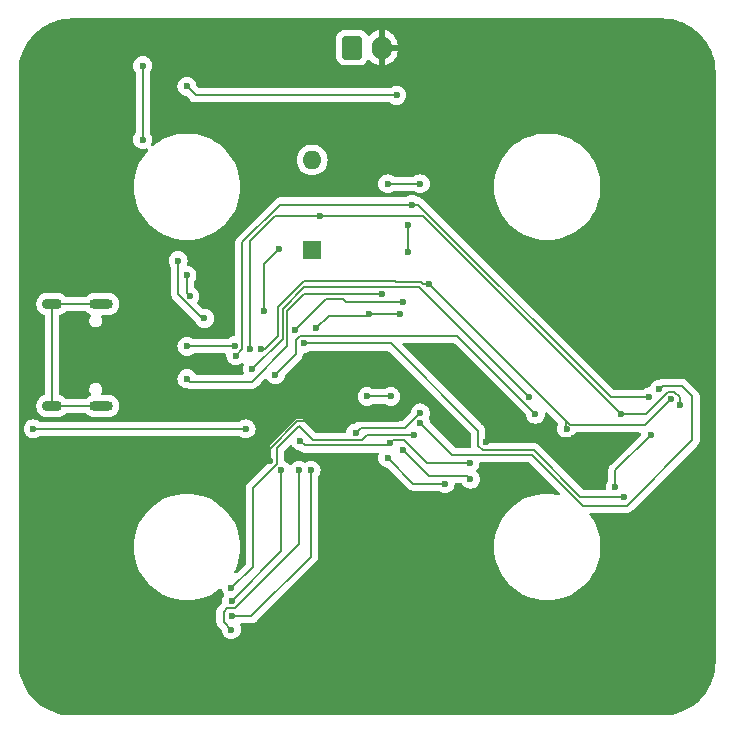
<source format=gbr>
%TF.GenerationSoftware,KiCad,Pcbnew,8.0.3*%
%TF.CreationDate,2024-09-03T15:58:32-04:00*%
%TF.ProjectId,AeroCore,4165726f-436f-4726-952e-6b696361645f,rev?*%
%TF.SameCoordinates,Original*%
%TF.FileFunction,Copper,L2,Bot*%
%TF.FilePolarity,Positive*%
%FSLAX46Y46*%
G04 Gerber Fmt 4.6, Leading zero omitted, Abs format (unit mm)*
G04 Created by KiCad (PCBNEW 8.0.3) date 2024-09-03 15:58:32*
%MOMM*%
%LPD*%
G01*
G04 APERTURE LIST*
G04 Aperture macros list*
%AMRoundRect*
0 Rectangle with rounded corners*
0 $1 Rounding radius*
0 $2 $3 $4 $5 $6 $7 $8 $9 X,Y pos of 4 corners*
0 Add a 4 corners polygon primitive as box body*
4,1,4,$2,$3,$4,$5,$6,$7,$8,$9,$2,$3,0*
0 Add four circle primitives for the rounded corners*
1,1,$1+$1,$2,$3*
1,1,$1+$1,$4,$5*
1,1,$1+$1,$6,$7*
1,1,$1+$1,$8,$9*
0 Add four rect primitives between the rounded corners*
20,1,$1+$1,$2,$3,$4,$5,0*
20,1,$1+$1,$4,$5,$6,$7,0*
20,1,$1+$1,$6,$7,$8,$9,0*
20,1,$1+$1,$8,$9,$2,$3,0*%
G04 Aperture macros list end*
%TA.AperFunction,ComponentPad*%
%ADD10R,1.600000X1.600000*%
%TD*%
%TA.AperFunction,ComponentPad*%
%ADD11O,1.600000X1.600000*%
%TD*%
%TA.AperFunction,ComponentPad*%
%ADD12RoundRect,0.250000X-0.600000X-0.750000X0.600000X-0.750000X0.600000X0.750000X-0.600000X0.750000X0*%
%TD*%
%TA.AperFunction,ComponentPad*%
%ADD13O,1.700000X2.000000*%
%TD*%
%TA.AperFunction,ComponentPad*%
%ADD14O,2.000000X0.900000*%
%TD*%
%TA.AperFunction,ComponentPad*%
%ADD15O,1.700000X0.900000*%
%TD*%
%TA.AperFunction,ViaPad*%
%ADD16C,0.600000*%
%TD*%
%TA.AperFunction,Conductor*%
%ADD17C,0.200000*%
%TD*%
G04 APERTURE END LIST*
D10*
%TO.P,D6,1,K*%
%TO.N,/CS_1*%
X45350000Y-150100000D03*
D11*
%TO.P,D6,2,A*%
%TO.N,Net-(D6-A)*%
X45350000Y-142480000D03*
%TD*%
D12*
%TO.P,J3,1,Pin_1*%
%TO.N,/VBAT*%
X48750000Y-132967500D03*
D13*
%TO.P,J3,2,Pin_2*%
%TO.N,GND*%
X51250000Y-132967500D03*
%TD*%
D14*
%TO.P,J1,S1,SHIELD*%
%TO.N,unconnected-(J1-SHIELD-PadS1)*%
X27500000Y-154680000D03*
D15*
X23330000Y-154680000D03*
D14*
X27500000Y-163320000D03*
D15*
X23330000Y-163320000D03*
%TD*%
D16*
%TO.N,Net-(D1-K)*%
X31000000Y-140750000D03*
X31000000Y-134500000D03*
%TO.N,/D16*%
X38500000Y-178750000D03*
X54000000Y-165750000D03*
%TO.N,/D13*%
X38525814Y-179804009D03*
%TO.N,/D14*%
X38509252Y-182240752D03*
%TO.N,/D15*%
X38589252Y-181104009D03*
%TO.N,/D14*%
X44250000Y-168750000D03*
%TO.N,/D15*%
X45250000Y-168749998D03*
%TO.N,/D13*%
X42750000Y-168750000D03*
%TO.N,/CS_1*%
X42500000Y-150000000D03*
X41250000Y-155250000D03*
%TO.N,/D-*%
X34750000Y-158250000D03*
X38831092Y-158194649D03*
X43897926Y-156893741D03*
%TO.N,/D+*%
X34750000Y-160999998D03*
%TO.N,/D-*%
X53000000Y-154500000D03*
%TO.N,/D+*%
X51250000Y-153850000D03*
%TO.N,/+3v3*%
X45709620Y-156709620D03*
X52766277Y-155516277D03*
X50150000Y-155516277D03*
X52000000Y-162500000D03*
X50000000Y-162500000D03*
%TO.N,/SCL*%
X42241296Y-160670587D03*
X64250000Y-164000000D03*
%TO.N,/SDA*%
X40296296Y-160181706D03*
X63709620Y-162540380D03*
%TO.N,/SWDIO*%
X53000000Y-167000000D03*
X58750000Y-169500000D03*
%TO.N,/SWCLK*%
X51729147Y-167700000D03*
X56597919Y-169900000D03*
%TO.N,/~{RESET}*%
X21750000Y-165250000D03*
X39750000Y-165250000D03*
X44357806Y-166277046D03*
X51921275Y-166400000D03*
X58709311Y-168150000D03*
%TO.N,GND*%
X74000000Y-149250000D03*
X75250000Y-152500000D03*
%TO.N,/CS_3*%
X54500000Y-164750000D03*
X74750004Y-161901467D03*
%TO.N,/CS_2*%
X44617461Y-158012500D03*
X71750000Y-171000000D03*
%TO.N,/MOSI0*%
X66900000Y-165250000D03*
%TO.N,/XIN*%
X54500000Y-163899997D03*
X49029278Y-165600000D03*
%TO.N,/+3v3*%
X54500000Y-144500000D03*
X51750000Y-144500000D03*
X53500000Y-148000000D03*
X53500000Y-150250000D03*
%TO.N,/MISO0*%
X38885242Y-159064645D03*
%TO.N,/SCK0*%
X40098773Y-158450000D03*
%TO.N,/MISO0*%
X71000000Y-170150000D03*
X74000000Y-165750000D03*
X73851586Y-162545381D03*
X53800000Y-146250000D03*
%TO.N,/MOSI0*%
X40999807Y-158455516D03*
X75750000Y-162750000D03*
X55250000Y-153000000D03*
%TO.N,GND*%
X41750000Y-168000000D03*
X55000000Y-162250000D03*
%TO.N,/QSPI_CS*%
X36230238Y-155895246D03*
X34000000Y-151000000D03*
%TO.N,/QSPI_D1*%
X34750000Y-152250000D03*
X35000000Y-154000000D03*
%TO.N,/VBUS*%
X34750000Y-136250000D03*
X52500000Y-137000000D03*
%TO.N,/SCK0*%
X46000000Y-147250000D03*
%TO.N,GND*%
X67500000Y-166000000D03*
X60050000Y-166393178D03*
%TO.N,/SCK0*%
X76500000Y-163250000D03*
X71500000Y-164000000D03*
%TD*%
D17*
%TO.N,/SCL*%
X42241296Y-160670587D02*
X43967461Y-158944422D01*
X44348222Y-157362500D02*
X57612500Y-157362500D01*
X43967461Y-158944422D02*
X43967461Y-157743261D01*
X43967461Y-157743261D02*
X44348222Y-157362500D01*
X57612500Y-157362500D02*
X64250000Y-164000000D01*
%TO.N,/SDA*%
X44684314Y-153250000D02*
X42850000Y-155084314D01*
X42850000Y-157628002D02*
X40296296Y-160181706D01*
X63709620Y-162540380D02*
X54419240Y-153250000D01*
X42850000Y-155084314D02*
X42850000Y-157628002D01*
X54419240Y-153250000D02*
X44684314Y-153250000D01*
%TO.N,Net-(D1-K)*%
X31000000Y-134500000D02*
X31000000Y-140750000D01*
%TO.N,/D16*%
X40348529Y-176901471D02*
X38500000Y-178750000D01*
X42350000Y-166900000D02*
X42350000Y-168248529D01*
X42350000Y-168248529D02*
X40348529Y-170250000D01*
%TO.N,/D14*%
X37850000Y-180730761D02*
X37850000Y-181581500D01*
%TO.N,/D16*%
X54000000Y-165750000D02*
X50014710Y-165750000D01*
X40348529Y-170250000D02*
X40348529Y-176901471D01*
X44250000Y-165000000D02*
X42350000Y-166900000D01*
%TO.N,/D14*%
X38126752Y-180454009D02*
X37850000Y-180730761D01*
%TO.N,/D13*%
X42750000Y-175579823D02*
X38525814Y-179804009D01*
%TO.N,/D16*%
X45450000Y-166200000D02*
X44250000Y-165000000D01*
%TO.N,/D15*%
X45250000Y-168749998D02*
X45250000Y-176055809D01*
%TO.N,/D14*%
X44250000Y-168750000D02*
X44250000Y-174999062D01*
%TO.N,/D13*%
X42750000Y-168750000D02*
X42750000Y-175579823D01*
%TO.N,/D15*%
X40201800Y-181104009D02*
X38589252Y-181104009D01*
%TO.N,/D16*%
X50014710Y-165750000D02*
X49564710Y-166200000D01*
%TO.N,/D15*%
X45250000Y-176055809D02*
X40201800Y-181104009D01*
%TO.N,/D14*%
X44250000Y-174999062D02*
X38795053Y-180454009D01*
%TO.N,/D16*%
X49564710Y-166200000D02*
X45450000Y-166200000D01*
%TO.N,/D14*%
X37850000Y-181581500D02*
X38509252Y-182240752D01*
X38795053Y-180454009D02*
X38126752Y-180454009D01*
%TO.N,GND*%
X41750000Y-168000000D02*
X41750000Y-166934314D01*
X52650000Y-164600000D02*
X55000000Y-162250000D01*
%TO.N,/~{RESET}*%
X53084315Y-166150000D02*
X52171275Y-166150000D01*
%TO.N,/SWCLK*%
X53929147Y-169900000D02*
X51729147Y-167700000D01*
%TO.N,/XIN*%
X54500000Y-163899997D02*
X53249997Y-165150000D01*
%TO.N,/SWCLK*%
X56597919Y-169900000D02*
X53929147Y-169900000D01*
%TO.N,/XIN*%
X49479278Y-165150000D02*
X49029278Y-165600000D01*
%TO.N,GND*%
X41750000Y-166934314D02*
X44084314Y-164600000D01*
%TO.N,/~{RESET}*%
X52171275Y-166150000D02*
X51921275Y-166400000D01*
%TO.N,GND*%
X44084314Y-164600000D02*
X52650000Y-164600000D01*
%TO.N,/~{RESET}*%
X51671275Y-166650000D02*
X44730760Y-166650000D01*
X51921275Y-166400000D02*
X51671275Y-166650000D01*
X55084315Y-168150000D02*
X53084315Y-166150000D01*
X58709311Y-168150000D02*
X55084315Y-168150000D01*
%TO.N,/XIN*%
X53249997Y-165150000D02*
X49479278Y-165150000D01*
%TO.N,/~{RESET}*%
X44730760Y-166650000D02*
X44357806Y-166277046D01*
%TO.N,/CS_3*%
X74750004Y-161901467D02*
X75051471Y-161600000D01*
X63936176Y-167443178D02*
X57193178Y-167443178D01*
X77550000Y-166200000D02*
X72000000Y-171750000D01*
X57193178Y-167443178D02*
X54500000Y-164750000D01*
X76665686Y-161600000D02*
X77550000Y-162484314D01*
X75051471Y-161600000D02*
X76665686Y-161600000D01*
X72000000Y-171750000D02*
X68242998Y-171750000D01*
X77550000Y-162484314D02*
X77550000Y-166200000D01*
X68242998Y-171750000D02*
X63936176Y-167443178D01*
%TO.N,/SCK0*%
X40098773Y-149335542D02*
X40098773Y-158450000D01*
X46000000Y-147250000D02*
X42184315Y-147250000D01*
%TO.N,/CS_1*%
X41250000Y-151250000D02*
X42500000Y-150000000D01*
%TO.N,/MISO0*%
X42618629Y-146250000D02*
X39448773Y-149419856D01*
%TO.N,/SCK0*%
X42184315Y-147250000D02*
X40098773Y-149335542D01*
%TO.N,/MISO0*%
X53800000Y-146250000D02*
X42618629Y-146250000D01*
%TO.N,/CS_1*%
X41250000Y-155250000D02*
X41250000Y-151250000D01*
%TO.N,/MISO0*%
X39448773Y-149419856D02*
X39448773Y-158501114D01*
X39448773Y-158501114D02*
X38885242Y-159064645D01*
%TO.N,/D-*%
X34750000Y-158250000D02*
X38775741Y-158250000D01*
%TO.N,/CS_2*%
X59400000Y-166662417D02*
X59400000Y-165412417D01*
%TO.N,/D-*%
X38775741Y-158250000D02*
X38831092Y-158194649D01*
%TO.N,/MOSI0*%
X42450000Y-157365686D02*
X41360170Y-158455516D01*
%TO.N,/D-*%
X48000000Y-154250000D02*
X46500000Y-154250000D01*
%TO.N,/MOSI0*%
X54734925Y-153000000D02*
X54584926Y-152850000D01*
X44668629Y-152700000D02*
X42450000Y-154918629D01*
%TO.N,/CS_2*%
X52000083Y-158012500D02*
X44617461Y-158012500D01*
%TO.N,/D-*%
X46500000Y-154250000D02*
X43897926Y-156852074D01*
%TO.N,/MOSI0*%
X41360170Y-158455516D02*
X40999807Y-158455516D01*
%TO.N,/CS_2*%
X59400000Y-165412417D02*
X52000083Y-158012500D01*
%TO.N,/MOSI0*%
X52481372Y-152850000D02*
X52331372Y-152700000D01*
X55250000Y-153000000D02*
X54734925Y-153000000D01*
%TO.N,/CS_2*%
X68058684Y-171000000D02*
X64101862Y-167043178D01*
%TO.N,/MOSI0*%
X42450000Y-154918629D02*
X42450000Y-157365686D01*
X54584926Y-152850000D02*
X52481372Y-152850000D01*
%TO.N,/D-*%
X53000000Y-154500000D02*
X48250000Y-154500000D01*
%TO.N,/CS_2*%
X59780761Y-167043178D02*
X59400000Y-166662417D01*
X71750000Y-171000000D02*
X68058684Y-171000000D01*
%TO.N,/MOSI0*%
X52331372Y-152700000D02*
X44668629Y-152700000D01*
%TO.N,/CS_2*%
X64101862Y-167043178D02*
X59780761Y-167043178D01*
%TO.N,/D-*%
X43750000Y-157000000D02*
X43791667Y-157000000D01*
X48250000Y-154500000D02*
X48000000Y-154250000D01*
X43791667Y-157000000D02*
X43897926Y-156893741D01*
X43897926Y-156852074D02*
X43897926Y-156893741D01*
X43750000Y-157000000D02*
X43750000Y-157000000D01*
%TO.N,/D+*%
X44650000Y-153850000D02*
X51250000Y-153850000D01*
X43250000Y-158250000D02*
X43250000Y-155250000D01*
X40250000Y-161250000D02*
X43250000Y-158250000D01*
X43250000Y-155250000D02*
X44650000Y-153850000D01*
%TO.N,/+3v3*%
X52766277Y-155516277D02*
X50150000Y-155516277D01*
X50016277Y-155650000D02*
X50150000Y-155516277D01*
X45709620Y-156709620D02*
X46769240Y-155650000D01*
X46769240Y-155650000D02*
X50016277Y-155650000D01*
%TO.N,/D+*%
X40250000Y-161250000D02*
X35000002Y-161250000D01*
X35000002Y-161250000D02*
X34750000Y-160999998D01*
X40500000Y-161000000D02*
X40250000Y-161250000D01*
%TO.N,/QSPI_CS*%
X36046717Y-155895246D02*
X36230238Y-155895246D01*
X34000000Y-151000000D02*
X34000000Y-153848529D01*
X34000000Y-153848529D02*
X36046717Y-155895246D01*
%TO.N,unconnected-(J1-SHIELD-PadS1)*%
X23330000Y-163320000D02*
X23330000Y-154680000D01*
X23330000Y-163320000D02*
X27500000Y-163320000D01*
X27500000Y-154680000D02*
X23330000Y-154680000D01*
%TO.N,/+3v3*%
X50000000Y-162500000D02*
X52000000Y-162500000D01*
%TO.N,/SWDIO*%
X58750000Y-169500000D02*
X58500000Y-169250000D01*
X58500000Y-169250000D02*
X55250000Y-169250000D01*
X55250000Y-169250000D02*
X53000000Y-167000000D01*
%TO.N,GND*%
X67500000Y-166000000D02*
X60443178Y-166000000D01*
%TO.N,/MOSI0*%
X66850000Y-165200000D02*
X66900000Y-165250000D01*
X66850000Y-164600000D02*
X66850000Y-165200000D01*
%TO.N,GND*%
X60443178Y-166000000D02*
X60050000Y-166393178D01*
%TO.N,/~{RESET}*%
X39750000Y-165250000D02*
X21750000Y-165250000D01*
%TO.N,GND*%
X75250000Y-152500000D02*
X75250000Y-150500000D01*
X75250000Y-150500000D02*
X74000000Y-149250000D01*
%TO.N,/SCK0*%
X76500000Y-162580761D02*
X76500000Y-163250000D01*
X76019239Y-162100000D02*
X76500000Y-162580761D01*
X75480761Y-162100000D02*
X76019239Y-162100000D01*
%TO.N,/MOSI0*%
X73560942Y-164939058D02*
X75750000Y-162750000D01*
%TO.N,/SCK0*%
X71500000Y-164000000D02*
X73580761Y-164000000D01*
%TO.N,/MOSI0*%
X67189058Y-164939058D02*
X73560942Y-164939058D01*
%TO.N,/SCK0*%
X73580761Y-164000000D02*
X75480761Y-162100000D01*
%TO.N,/MOSI0*%
X66850000Y-164600000D02*
X67189058Y-164939058D01*
%TO.N,/MISO0*%
X53800000Y-146250000D02*
X54315685Y-146250000D01*
X54315685Y-146250000D02*
X70611066Y-162545381D01*
X70611066Y-162545381D02*
X73851586Y-162545381D01*
X71000000Y-168750000D02*
X71000000Y-170150000D01*
X74000000Y-165750000D02*
X71000000Y-168750000D01*
%TO.N,/+3v3*%
X51750000Y-144500000D02*
X54500000Y-144500000D01*
X53500000Y-150250000D02*
X53500000Y-148000000D01*
%TO.N,/MOSI0*%
X55250000Y-153000000D02*
X66850000Y-164600000D01*
%TO.N,/SCK0*%
X46000000Y-147250000D02*
X54750000Y-147250000D01*
X54750000Y-147250000D02*
X71500000Y-164000000D01*
%TO.N,/QSPI_D1*%
X34750000Y-153750000D02*
X35000000Y-154000000D01*
X34750000Y-152250000D02*
X34750000Y-153750000D01*
%TO.N,/VBUS*%
X35500000Y-137000000D02*
X34750000Y-136250000D01*
X52500000Y-137000000D02*
X35500000Y-137000000D01*
%TD*%
%TA.AperFunction,Conductor*%
%TO.N,GND*%
G36*
X57379442Y-157982685D02*
G01*
X57400084Y-157999319D01*
X63419298Y-164018534D01*
X63452783Y-164079857D01*
X63454837Y-164092331D01*
X63464630Y-164179249D01*
X63524210Y-164349521D01*
X63581329Y-164440425D01*
X63620184Y-164502262D01*
X63747738Y-164629816D01*
X63900478Y-164725789D01*
X64059074Y-164781284D01*
X64070745Y-164785368D01*
X64070750Y-164785369D01*
X64249996Y-164805565D01*
X64250000Y-164805565D01*
X64250004Y-164805565D01*
X64429249Y-164785369D01*
X64429252Y-164785368D01*
X64429255Y-164785368D01*
X64599522Y-164725789D01*
X64752262Y-164629816D01*
X64879816Y-164502262D01*
X64975789Y-164349522D01*
X65035368Y-164179255D01*
X65037276Y-164162322D01*
X65055565Y-164000003D01*
X65055565Y-163999999D01*
X65052837Y-163975788D01*
X65051408Y-163963108D01*
X65063462Y-163894288D01*
X65110810Y-163842908D01*
X65178420Y-163825283D01*
X65244826Y-163847008D01*
X65262309Y-163861544D01*
X66153306Y-164752541D01*
X66186791Y-164813864D01*
X66181807Y-164883556D01*
X66176690Y-164893945D01*
X66177231Y-164894206D01*
X66174210Y-164900478D01*
X66114633Y-165070737D01*
X66114630Y-165070750D01*
X66094435Y-165249996D01*
X66094435Y-165250003D01*
X66114630Y-165429249D01*
X66114631Y-165429254D01*
X66174211Y-165599523D01*
X66265471Y-165744761D01*
X66270184Y-165752262D01*
X66397738Y-165879816D01*
X66412552Y-165889124D01*
X66536396Y-165966941D01*
X66550478Y-165975789D01*
X66619452Y-165999924D01*
X66720745Y-166035368D01*
X66720750Y-166035369D01*
X66899996Y-166055565D01*
X66900000Y-166055565D01*
X66900004Y-166055565D01*
X67079249Y-166035369D01*
X67079252Y-166035368D01*
X67079255Y-166035368D01*
X67249522Y-165975789D01*
X67402262Y-165879816D01*
X67529816Y-165752262D01*
X67617919Y-165612047D01*
X67627006Y-165597586D01*
X67679341Y-165551295D01*
X67732000Y-165539558D01*
X73061843Y-165539558D01*
X73128882Y-165559243D01*
X73174637Y-165612047D01*
X73184581Y-165681205D01*
X73155556Y-165744761D01*
X73149524Y-165751239D01*
X70631286Y-168269478D01*
X70519481Y-168381282D01*
X70519477Y-168381287D01*
X70477196Y-168454522D01*
X70440424Y-168518211D01*
X70440423Y-168518212D01*
X70415868Y-168609851D01*
X70399499Y-168670943D01*
X70399499Y-168670945D01*
X70399499Y-168839046D01*
X70399500Y-168839059D01*
X70399500Y-169567587D01*
X70379815Y-169634626D01*
X70372450Y-169644896D01*
X70370186Y-169647734D01*
X70274211Y-169800476D01*
X70214631Y-169970745D01*
X70214630Y-169970750D01*
X70194435Y-170149996D01*
X70194435Y-170150002D01*
X70207011Y-170261616D01*
X70194957Y-170330438D01*
X70147608Y-170381818D01*
X70083791Y-170399500D01*
X68358781Y-170399500D01*
X68291742Y-170379815D01*
X68271100Y-170363181D01*
X64589452Y-166681533D01*
X64589450Y-166681530D01*
X64470579Y-166562659D01*
X64470578Y-166562658D01*
X64377346Y-166508831D01*
X64333647Y-166483601D01*
X64180919Y-166442677D01*
X64022805Y-166442677D01*
X64015209Y-166442677D01*
X64015193Y-166442678D01*
X60124500Y-166442678D01*
X60057461Y-166422993D01*
X60011706Y-166370189D01*
X60000500Y-166318678D01*
X60000500Y-165501476D01*
X60000501Y-165501463D01*
X60000501Y-165333362D01*
X60000501Y-165333360D01*
X59959577Y-165180632D01*
X59924677Y-165120184D01*
X59880520Y-165043701D01*
X59768716Y-164931897D01*
X59768715Y-164931896D01*
X59764385Y-164927566D01*
X59764374Y-164927556D01*
X53011499Y-158174681D01*
X52978014Y-158113358D01*
X52982998Y-158043666D01*
X53024870Y-157987733D01*
X53090334Y-157963316D01*
X53099180Y-157963000D01*
X57312403Y-157963000D01*
X57379442Y-157982685D01*
G37*
%TD.AperFunction*%
%TA.AperFunction,Conductor*%
G36*
X75002702Y-130500617D02*
G01*
X75386771Y-130517386D01*
X75397506Y-130518326D01*
X75775971Y-130568152D01*
X75786597Y-130570025D01*
X76159284Y-130652648D01*
X76169710Y-130655442D01*
X76533765Y-130770227D01*
X76543911Y-130773920D01*
X76896578Y-130920000D01*
X76906369Y-130924566D01*
X77244942Y-131100816D01*
X77254310Y-131106224D01*
X77576244Y-131311318D01*
X77585105Y-131317523D01*
X77887930Y-131549889D01*
X77896217Y-131556843D01*
X78177635Y-131814715D01*
X78185284Y-131822364D01*
X78443156Y-132103782D01*
X78450110Y-132112069D01*
X78682476Y-132414894D01*
X78688681Y-132423755D01*
X78893775Y-132745689D01*
X78899183Y-132755057D01*
X79075430Y-133093623D01*
X79080002Y-133103427D01*
X79226075Y-133456078D01*
X79229775Y-133466244D01*
X79344554Y-133830278D01*
X79347354Y-133840727D01*
X79429971Y-134213389D01*
X79431849Y-134224042D01*
X79481671Y-134602473D01*
X79482614Y-134613249D01*
X79499382Y-134997297D01*
X79499500Y-135002706D01*
X79499500Y-184997293D01*
X79499382Y-185002702D01*
X79482614Y-185386750D01*
X79481671Y-185397526D01*
X79431849Y-185775957D01*
X79429971Y-185786610D01*
X79347354Y-186159272D01*
X79344554Y-186169721D01*
X79229775Y-186533755D01*
X79226075Y-186543921D01*
X79080002Y-186896572D01*
X79075430Y-186906376D01*
X78899183Y-187244942D01*
X78893775Y-187254310D01*
X78688681Y-187576244D01*
X78682476Y-187585105D01*
X78450110Y-187887930D01*
X78443156Y-187896217D01*
X78185284Y-188177635D01*
X78177635Y-188185284D01*
X77896217Y-188443156D01*
X77887930Y-188450110D01*
X77585105Y-188682476D01*
X77576244Y-188688681D01*
X77254310Y-188893775D01*
X77244942Y-188899183D01*
X76906376Y-189075430D01*
X76896572Y-189080002D01*
X76543921Y-189226075D01*
X76533755Y-189229775D01*
X76169721Y-189344554D01*
X76159272Y-189347354D01*
X75786610Y-189429971D01*
X75775957Y-189431849D01*
X75397526Y-189481671D01*
X75386750Y-189482614D01*
X75002703Y-189499382D01*
X74997294Y-189499500D01*
X25002706Y-189499500D01*
X24997297Y-189499382D01*
X24613249Y-189482614D01*
X24602473Y-189481671D01*
X24224042Y-189431849D01*
X24213389Y-189429971D01*
X23840727Y-189347354D01*
X23830278Y-189344554D01*
X23466244Y-189229775D01*
X23456078Y-189226075D01*
X23103427Y-189080002D01*
X23093623Y-189075430D01*
X22755057Y-188899183D01*
X22745689Y-188893775D01*
X22423755Y-188688681D01*
X22414894Y-188682476D01*
X22112069Y-188450110D01*
X22103782Y-188443156D01*
X21822364Y-188185284D01*
X21814715Y-188177635D01*
X21556843Y-187896217D01*
X21549889Y-187887930D01*
X21317523Y-187585105D01*
X21311318Y-187576244D01*
X21106224Y-187254310D01*
X21100816Y-187244942D01*
X20924569Y-186906376D01*
X20919997Y-186896572D01*
X20773924Y-186543921D01*
X20770224Y-186533755D01*
X20655442Y-186169710D01*
X20652648Y-186159284D01*
X20570025Y-185786597D01*
X20568152Y-185775971D01*
X20518326Y-185397506D01*
X20517386Y-185386771D01*
X20500618Y-185002702D01*
X20500500Y-184997293D01*
X20500500Y-175250000D01*
X30244693Y-175250000D01*
X30263912Y-175665697D01*
X30263912Y-175665702D01*
X30263913Y-175665707D01*
X30321403Y-176077845D01*
X30321405Y-176077853D01*
X30416679Y-176482933D01*
X30548929Y-176877514D01*
X30717010Y-177258177D01*
X30717020Y-177258198D01*
X30919506Y-177621731D01*
X30919509Y-177621735D01*
X30919511Y-177621739D01*
X31154687Y-177965054D01*
X31154689Y-177965056D01*
X31154696Y-177965066D01*
X31416760Y-178280656D01*
X31420538Y-178285206D01*
X31714794Y-178579462D01*
X31714805Y-178579471D01*
X32034933Y-178845303D01*
X32034939Y-178845307D01*
X32034946Y-178845313D01*
X32378261Y-179080489D01*
X32378267Y-179080492D01*
X32378268Y-179080493D01*
X32649509Y-179231573D01*
X32741812Y-179282985D01*
X32784304Y-179301747D01*
X33122485Y-179451070D01*
X33122488Y-179451071D01*
X33122495Y-179451074D01*
X33517064Y-179583320D01*
X33922152Y-179678596D01*
X34334303Y-179736088D01*
X34750000Y-179755307D01*
X35165697Y-179736088D01*
X35577848Y-179678596D01*
X35982936Y-179583320D01*
X36377505Y-179451074D01*
X36758188Y-179282985D01*
X37121739Y-179080489D01*
X37465054Y-178845313D01*
X37507913Y-178809722D01*
X37572058Y-178782040D01*
X37640993Y-178793432D01*
X37692826Y-178840284D01*
X37710347Y-178891235D01*
X37714631Y-178929251D01*
X37714631Y-178929254D01*
X37774211Y-179099523D01*
X37857184Y-179231573D01*
X37876184Y-179298810D01*
X37857184Y-179363516D01*
X37800026Y-179454483D01*
X37740445Y-179624754D01*
X37740444Y-179624759D01*
X37720249Y-179804005D01*
X37720249Y-179804011D01*
X37734551Y-179930946D01*
X37722497Y-179999768D01*
X37699013Y-180032510D01*
X37646232Y-180085292D01*
X37646230Y-180085295D01*
X37369481Y-180362043D01*
X37369480Y-180362045D01*
X37328038Y-180433825D01*
X37290423Y-180498976D01*
X37249499Y-180651704D01*
X37249499Y-180651706D01*
X37249499Y-180819807D01*
X37249500Y-180819820D01*
X37249500Y-181494830D01*
X37249499Y-181494848D01*
X37249499Y-181660554D01*
X37249498Y-181660554D01*
X37261276Y-181704509D01*
X37290423Y-181813285D01*
X37294291Y-181819985D01*
X37299955Y-181829796D01*
X37299957Y-181829798D01*
X37369477Y-181950212D01*
X37369481Y-181950217D01*
X37488349Y-182069085D01*
X37488355Y-182069090D01*
X37678550Y-182259285D01*
X37712035Y-182320608D01*
X37714089Y-182333082D01*
X37723882Y-182420001D01*
X37783462Y-182590273D01*
X37879436Y-182743014D01*
X38006990Y-182870568D01*
X38159730Y-182966541D01*
X38329997Y-183026120D01*
X38330002Y-183026121D01*
X38509248Y-183046317D01*
X38509252Y-183046317D01*
X38509256Y-183046317D01*
X38688501Y-183026121D01*
X38688504Y-183026120D01*
X38688507Y-183026120D01*
X38858774Y-182966541D01*
X39011514Y-182870568D01*
X39139068Y-182743014D01*
X39235041Y-182590274D01*
X39294620Y-182420007D01*
X39304414Y-182333082D01*
X39314817Y-182240755D01*
X39314817Y-182240748D01*
X39294621Y-182061502D01*
X39294620Y-182061497D01*
X39235038Y-181891222D01*
X39232021Y-181884957D01*
X39234109Y-181883951D01*
X39218084Y-181827245D01*
X39238451Y-181760410D01*
X39291719Y-181715196D01*
X39342078Y-181704509D01*
X40115131Y-181704509D01*
X40115147Y-181704510D01*
X40122743Y-181704510D01*
X40280854Y-181704510D01*
X40280857Y-181704510D01*
X40433585Y-181663586D01*
X40495124Y-181628056D01*
X40570516Y-181584529D01*
X40682320Y-181472725D01*
X40682320Y-181472723D01*
X40692524Y-181462520D01*
X40692528Y-181462515D01*
X45608506Y-176546537D01*
X45608511Y-176546533D01*
X45618714Y-176536329D01*
X45618716Y-176536329D01*
X45730520Y-176424525D01*
X45778076Y-176342155D01*
X45801853Y-176300972D01*
X45801854Y-176300970D01*
X45809577Y-176287594D01*
X45850501Y-176134866D01*
X45850501Y-175976752D01*
X45850501Y-175969157D01*
X45850500Y-175969139D01*
X45850500Y-169332410D01*
X45870185Y-169265371D01*
X45877555Y-169255095D01*
X45879810Y-169252265D01*
X45879816Y-169252260D01*
X45975789Y-169099520D01*
X46035368Y-168929253D01*
X46039528Y-168892336D01*
X46055565Y-168750001D01*
X46055565Y-168749994D01*
X46035369Y-168570748D01*
X46035368Y-168570743D01*
X46016986Y-168518211D01*
X45975789Y-168400476D01*
X45879816Y-168247736D01*
X45752262Y-168120182D01*
X45599523Y-168024209D01*
X45429254Y-167964629D01*
X45429249Y-167964628D01*
X45250004Y-167944433D01*
X45249996Y-167944433D01*
X45070750Y-167964628D01*
X45070737Y-167964631D01*
X44900478Y-168024207D01*
X44815969Y-168077308D01*
X44748732Y-168096308D01*
X44684026Y-168077308D01*
X44599522Y-168024211D01*
X44599518Y-168024209D01*
X44429262Y-167964633D01*
X44429249Y-167964630D01*
X44250004Y-167944435D01*
X44249996Y-167944435D01*
X44070750Y-167964630D01*
X44070745Y-167964631D01*
X43900476Y-168024211D01*
X43747737Y-168120184D01*
X43620184Y-168247737D01*
X43604994Y-168271913D01*
X43552659Y-168318204D01*
X43483605Y-168328852D01*
X43419757Y-168300477D01*
X43395006Y-168271913D01*
X43379815Y-168247737D01*
X43252262Y-168120184D01*
X43099524Y-168024212D01*
X43099523Y-168024211D01*
X43033544Y-168001124D01*
X42976769Y-167960402D01*
X42951022Y-167895449D01*
X42950500Y-167884083D01*
X42950500Y-167200096D01*
X42970185Y-167133057D01*
X42986815Y-167112419D01*
X43460578Y-166638655D01*
X43521901Y-166605171D01*
X43591593Y-166610155D01*
X43647526Y-166652027D01*
X43653253Y-166660365D01*
X43662111Y-166674462D01*
X43727990Y-166779308D01*
X43855544Y-166906862D01*
X43945886Y-166963628D01*
X43986359Y-166989059D01*
X44008284Y-167002835D01*
X44178551Y-167062414D01*
X44265474Y-167072207D01*
X44329885Y-167099272D01*
X44339270Y-167107746D01*
X44362044Y-167130520D01*
X44362046Y-167130521D01*
X44362050Y-167130524D01*
X44482554Y-167200096D01*
X44498976Y-167209577D01*
X44651703Y-167250501D01*
X44651705Y-167250501D01*
X44817414Y-167250501D01*
X44817430Y-167250500D01*
X50863580Y-167250500D01*
X50930619Y-167270185D01*
X50976374Y-167322989D01*
X50986318Y-167392147D01*
X50980621Y-167415455D01*
X50943780Y-167520737D01*
X50943777Y-167520750D01*
X50923582Y-167699996D01*
X50923582Y-167700003D01*
X50943777Y-167879249D01*
X50943778Y-167879254D01*
X51003358Y-168049523D01*
X51068877Y-168153795D01*
X51099331Y-168202262D01*
X51226885Y-168329816D01*
X51379625Y-168425789D01*
X51549892Y-168485368D01*
X51636816Y-168495161D01*
X51701227Y-168522226D01*
X51710612Y-168530700D01*
X53444286Y-170264374D01*
X53444296Y-170264385D01*
X53448626Y-170268715D01*
X53448627Y-170268716D01*
X53560431Y-170380520D01*
X53631691Y-170421661D01*
X53647242Y-170430639D01*
X53647244Y-170430641D01*
X53681055Y-170450162D01*
X53697362Y-170459577D01*
X53850090Y-170500501D01*
X53850093Y-170500501D01*
X54015800Y-170500501D01*
X54015816Y-170500500D01*
X56015507Y-170500500D01*
X56082546Y-170520185D01*
X56092822Y-170527555D01*
X56095655Y-170529814D01*
X56095657Y-170529816D01*
X56248397Y-170625789D01*
X56267142Y-170632348D01*
X56418664Y-170685368D01*
X56418669Y-170685369D01*
X56597915Y-170705565D01*
X56597919Y-170705565D01*
X56597923Y-170705565D01*
X56777168Y-170685369D01*
X56777171Y-170685368D01*
X56777174Y-170685368D01*
X56947441Y-170625789D01*
X57100181Y-170529816D01*
X57227735Y-170402262D01*
X57323708Y-170249522D01*
X57383287Y-170079255D01*
X57383288Y-170079250D01*
X57396655Y-169960616D01*
X57423722Y-169896202D01*
X57481316Y-169856647D01*
X57519875Y-169850500D01*
X57956293Y-169850500D01*
X58023332Y-169870185D01*
X58061287Y-169908528D01*
X58120184Y-170002262D01*
X58247738Y-170129816D01*
X58336120Y-170185350D01*
X58382721Y-170214632D01*
X58400478Y-170225789D01*
X58538860Y-170274211D01*
X58570745Y-170285368D01*
X58570750Y-170285369D01*
X58749996Y-170305565D01*
X58750000Y-170305565D01*
X58750004Y-170305565D01*
X58929249Y-170285369D01*
X58929252Y-170285368D01*
X58929255Y-170285368D01*
X59099522Y-170225789D01*
X59252262Y-170129816D01*
X59379816Y-170002262D01*
X59475789Y-169849522D01*
X59535368Y-169679255D01*
X59538920Y-169647734D01*
X59555565Y-169500003D01*
X59555565Y-169499996D01*
X59535369Y-169320750D01*
X59535368Y-169320745D01*
X59511404Y-169252260D01*
X59475789Y-169150478D01*
X59379816Y-168997738D01*
X59274414Y-168892336D01*
X59240929Y-168831013D01*
X59245913Y-168761321D01*
X59274410Y-168716978D01*
X59339127Y-168652262D01*
X59435100Y-168499522D01*
X59494679Y-168329255D01*
X59494680Y-168329249D01*
X59514449Y-168153795D01*
X59541515Y-168089381D01*
X59599110Y-168049825D01*
X59637669Y-168043678D01*
X63636079Y-168043678D01*
X63703118Y-168063363D01*
X63723760Y-168079997D01*
X66276111Y-170632348D01*
X66309596Y-170693671D01*
X66304612Y-170763363D01*
X66262740Y-170819296D01*
X66197276Y-170843713D01*
X66160041Y-170840735D01*
X66077858Y-170821406D01*
X66077845Y-170821403D01*
X65665707Y-170763913D01*
X65665702Y-170763912D01*
X65665697Y-170763912D01*
X65250000Y-170744693D01*
X64834303Y-170763912D01*
X64834297Y-170763912D01*
X64834292Y-170763913D01*
X64422154Y-170821403D01*
X64422146Y-170821405D01*
X64017066Y-170916679D01*
X63622485Y-171048929D01*
X63241822Y-171217010D01*
X63241801Y-171217020D01*
X62878268Y-171419506D01*
X62878262Y-171419510D01*
X62534943Y-171654689D01*
X62534933Y-171654696D01*
X62214805Y-171920528D01*
X62214785Y-171920546D01*
X61920546Y-172214785D01*
X61920528Y-172214805D01*
X61654696Y-172534933D01*
X61654689Y-172534943D01*
X61419510Y-172878262D01*
X61419506Y-172878268D01*
X61217020Y-173241801D01*
X61217010Y-173241822D01*
X61048929Y-173622485D01*
X60916679Y-174017066D01*
X60821405Y-174422146D01*
X60821403Y-174422154D01*
X60763913Y-174834292D01*
X60763912Y-174834297D01*
X60763912Y-174834303D01*
X60744693Y-175250000D01*
X60763912Y-175665697D01*
X60763912Y-175665702D01*
X60763913Y-175665707D01*
X60821403Y-176077845D01*
X60821405Y-176077853D01*
X60916679Y-176482933D01*
X61048929Y-176877514D01*
X61217010Y-177258177D01*
X61217020Y-177258198D01*
X61419506Y-177621731D01*
X61419509Y-177621735D01*
X61419511Y-177621739D01*
X61654687Y-177965054D01*
X61654689Y-177965056D01*
X61654696Y-177965066D01*
X61916760Y-178280656D01*
X61920538Y-178285206D01*
X62214794Y-178579462D01*
X62214805Y-178579471D01*
X62534933Y-178845303D01*
X62534939Y-178845307D01*
X62534946Y-178845313D01*
X62878261Y-179080489D01*
X62878267Y-179080492D01*
X62878268Y-179080493D01*
X63149509Y-179231573D01*
X63241812Y-179282985D01*
X63284304Y-179301747D01*
X63622485Y-179451070D01*
X63622488Y-179451071D01*
X63622495Y-179451074D01*
X64017064Y-179583320D01*
X64422152Y-179678596D01*
X64834303Y-179736088D01*
X65250000Y-179755307D01*
X65665697Y-179736088D01*
X66077848Y-179678596D01*
X66482936Y-179583320D01*
X66877505Y-179451074D01*
X67258188Y-179282985D01*
X67621739Y-179080489D01*
X67965054Y-178845313D01*
X68285206Y-178579462D01*
X68579462Y-178285206D01*
X68845313Y-177965054D01*
X69080489Y-177621739D01*
X69282985Y-177258188D01*
X69451074Y-176877505D01*
X69583320Y-176482936D01*
X69678596Y-176077848D01*
X69736088Y-175665697D01*
X69755307Y-175250000D01*
X69736088Y-174834303D01*
X69678596Y-174422152D01*
X69583320Y-174017064D01*
X69451074Y-173622495D01*
X69282985Y-173241812D01*
X69097263Y-172908377D01*
X69080493Y-172878268D01*
X69080492Y-172878267D01*
X69080489Y-172878261D01*
X68851909Y-172544575D01*
X68830264Y-172478145D01*
X68847969Y-172410556D01*
X68899405Y-172363269D01*
X68954210Y-172350500D01*
X71913331Y-172350500D01*
X71913347Y-172350501D01*
X71920943Y-172350501D01*
X72079054Y-172350501D01*
X72079057Y-172350501D01*
X72231785Y-172309577D01*
X72281904Y-172280639D01*
X72368716Y-172230520D01*
X72480520Y-172118716D01*
X72480520Y-172118714D01*
X72490728Y-172108507D01*
X72490730Y-172108504D01*
X77908506Y-166690728D01*
X77908511Y-166690724D01*
X77918714Y-166680520D01*
X77918716Y-166680520D01*
X78030520Y-166568716D01*
X78092873Y-166460717D01*
X78103288Y-166442678D01*
X78109576Y-166431787D01*
X78110628Y-166427862D01*
X78150500Y-166279058D01*
X78150500Y-166120943D01*
X78150500Y-166120942D01*
X78150500Y-162573373D01*
X78150501Y-162573360D01*
X78150501Y-162405259D01*
X78150501Y-162405257D01*
X78109577Y-162252529D01*
X78073720Y-162190423D01*
X78030520Y-162115598D01*
X77918716Y-162003794D01*
X77918715Y-162003793D01*
X77914385Y-161999463D01*
X77914374Y-161999453D01*
X77153276Y-161238355D01*
X77153274Y-161238352D01*
X77034403Y-161119481D01*
X77034402Y-161119480D01*
X76947590Y-161069360D01*
X76947590Y-161069359D01*
X76947586Y-161069358D01*
X76897471Y-161040423D01*
X76744743Y-160999499D01*
X76586629Y-160999499D01*
X76579033Y-160999499D01*
X76579017Y-160999500D01*
X75138141Y-160999500D01*
X75138125Y-160999499D01*
X75130529Y-160999499D01*
X74972414Y-160999499D01*
X74912341Y-161015596D01*
X74819685Y-161040423D01*
X74819682Y-161040425D01*
X74739593Y-161086663D01*
X74691479Y-161102495D01*
X74570754Y-161116097D01*
X74400482Y-161175677D01*
X74247741Y-161271651D01*
X74120188Y-161399204D01*
X74024215Y-161551943D01*
X73987082Y-161658065D01*
X73946360Y-161714841D01*
X73881407Y-161740588D01*
X73856164Y-161740331D01*
X73851591Y-161739816D01*
X73851582Y-161739816D01*
X73672336Y-161760011D01*
X73672331Y-161760012D01*
X73502062Y-161819592D01*
X73349322Y-161915566D01*
X73346489Y-161917826D01*
X73344310Y-161918715D01*
X73343428Y-161919270D01*
X73343330Y-161919115D01*
X73281803Y-161944236D01*
X73269174Y-161944881D01*
X70911163Y-161944881D01*
X70844124Y-161925196D01*
X70823482Y-161908562D01*
X54803275Y-145888355D01*
X54803273Y-145888352D01*
X54684402Y-145769481D01*
X54684394Y-145769475D01*
X54582621Y-145710717D01*
X54582619Y-145710716D01*
X54547475Y-145690425D01*
X54547474Y-145690424D01*
X54534948Y-145687067D01*
X54394742Y-145649499D01*
X54394739Y-145649499D01*
X54382411Y-145649499D01*
X54315372Y-145629814D01*
X54305097Y-145622445D01*
X54302262Y-145620184D01*
X54149523Y-145524211D01*
X53979254Y-145464631D01*
X53979249Y-145464630D01*
X53800004Y-145444435D01*
X53799996Y-145444435D01*
X53620750Y-145464630D01*
X53620745Y-145464631D01*
X53450476Y-145524211D01*
X53297736Y-145620185D01*
X53294903Y-145622445D01*
X53292724Y-145623334D01*
X53291842Y-145623889D01*
X53291744Y-145623734D01*
X53230217Y-145648855D01*
X53217588Y-145649500D01*
X42539569Y-145649500D01*
X42498648Y-145660464D01*
X42498648Y-145660465D01*
X42461380Y-145670451D01*
X42386843Y-145690423D01*
X42386838Y-145690426D01*
X42249919Y-145769475D01*
X42249911Y-145769481D01*
X38968254Y-149051138D01*
X38968252Y-149051141D01*
X38918134Y-149137950D01*
X38918132Y-149137952D01*
X38889198Y-149188065D01*
X38889197Y-149188066D01*
X38882079Y-149214630D01*
X38848272Y-149340799D01*
X38848272Y-149340801D01*
X38848272Y-149508902D01*
X38848273Y-149508915D01*
X38848273Y-157276334D01*
X38828588Y-157343373D01*
X38775784Y-157389128D01*
X38738157Y-157399554D01*
X38651841Y-157409279D01*
X38651837Y-157409280D01*
X38481568Y-157468860D01*
X38328829Y-157564833D01*
X38280482Y-157613181D01*
X38219159Y-157646666D01*
X38192801Y-157649500D01*
X35332412Y-157649500D01*
X35265373Y-157629815D01*
X35255097Y-157622445D01*
X35252263Y-157620185D01*
X35252262Y-157620184D01*
X35195496Y-157584515D01*
X35099523Y-157524211D01*
X34929254Y-157464631D01*
X34929249Y-157464630D01*
X34750004Y-157444435D01*
X34749996Y-157444435D01*
X34570750Y-157464630D01*
X34570745Y-157464631D01*
X34400476Y-157524211D01*
X34247737Y-157620184D01*
X34120184Y-157747737D01*
X34024211Y-157900476D01*
X33964631Y-158070745D01*
X33964630Y-158070750D01*
X33944435Y-158249996D01*
X33944435Y-158250003D01*
X33964630Y-158429249D01*
X33964631Y-158429254D01*
X34024211Y-158599523D01*
X34111404Y-158738289D01*
X34120184Y-158752262D01*
X34247738Y-158879816D01*
X34400478Y-158975789D01*
X34436470Y-158988383D01*
X34570745Y-159035368D01*
X34570750Y-159035369D01*
X34749996Y-159055565D01*
X34750000Y-159055565D01*
X34750004Y-159055565D01*
X34929249Y-159035369D01*
X34929252Y-159035368D01*
X34929255Y-159035368D01*
X35099522Y-158975789D01*
X35252262Y-158879816D01*
X35252267Y-158879810D01*
X35255097Y-158877555D01*
X35257275Y-158876665D01*
X35258158Y-158876111D01*
X35258255Y-158876265D01*
X35319783Y-158851145D01*
X35332412Y-158850500D01*
X37965049Y-158850500D01*
X38032088Y-158870185D01*
X38077843Y-158922989D01*
X38088269Y-158988383D01*
X38079677Y-159064641D01*
X38079677Y-159064648D01*
X38099872Y-159243894D01*
X38099873Y-159243899D01*
X38159453Y-159414168D01*
X38185686Y-159455917D01*
X38255426Y-159566907D01*
X38382980Y-159694461D01*
X38535720Y-159790434D01*
X38655035Y-159832184D01*
X38705987Y-159850013D01*
X38705992Y-159850014D01*
X38885238Y-159870210D01*
X38885242Y-159870210D01*
X38885246Y-159870210D01*
X39064491Y-159850014D01*
X39064494Y-159850013D01*
X39064497Y-159850013D01*
X39234764Y-159790434D01*
X39383801Y-159696787D01*
X39451036Y-159677787D01*
X39517871Y-159698154D01*
X39563085Y-159751422D01*
X39572324Y-159820678D01*
X39566814Y-159842735D01*
X39510928Y-160002448D01*
X39510926Y-160002456D01*
X39490731Y-160181702D01*
X39490731Y-160181709D01*
X39510926Y-160360955D01*
X39510927Y-160360960D01*
X39554172Y-160484545D01*
X39557733Y-160554324D01*
X39523004Y-160614952D01*
X39461011Y-160647179D01*
X39437130Y-160649500D01*
X35543708Y-160649500D01*
X35476669Y-160629815D01*
X35438714Y-160591472D01*
X35415372Y-160554324D01*
X35379816Y-160497736D01*
X35252262Y-160370182D01*
X35237577Y-160360955D01*
X35099523Y-160274209D01*
X34929254Y-160214629D01*
X34929249Y-160214628D01*
X34750004Y-160194433D01*
X34749996Y-160194433D01*
X34570750Y-160214628D01*
X34570745Y-160214629D01*
X34400476Y-160274209D01*
X34247737Y-160370182D01*
X34120184Y-160497735D01*
X34024211Y-160650474D01*
X33964631Y-160820743D01*
X33964630Y-160820748D01*
X33944435Y-160999994D01*
X33944435Y-161000001D01*
X33964630Y-161179247D01*
X33964631Y-161179252D01*
X34024211Y-161349521D01*
X34091089Y-161455956D01*
X34120184Y-161502260D01*
X34247738Y-161629814D01*
X34292699Y-161658065D01*
X34383057Y-161714841D01*
X34400478Y-161725787D01*
X34538860Y-161774209D01*
X34570745Y-161785366D01*
X34570750Y-161785367D01*
X34746351Y-161805152D01*
X34764561Y-161808597D01*
X34768215Y-161809576D01*
X34768217Y-161809577D01*
X34920944Y-161850500D01*
X34920945Y-161850500D01*
X40163331Y-161850500D01*
X40163347Y-161850501D01*
X40170943Y-161850501D01*
X40329054Y-161850501D01*
X40329057Y-161850501D01*
X40481785Y-161809577D01*
X40543040Y-161774211D01*
X40618716Y-161730520D01*
X40730520Y-161618716D01*
X40730520Y-161618714D01*
X40740721Y-161608514D01*
X40740724Y-161608509D01*
X40980519Y-161368716D01*
X40980518Y-161368716D01*
X41039087Y-161310147D01*
X41333639Y-161015594D01*
X41394960Y-160982111D01*
X41464652Y-160987095D01*
X41520585Y-161028967D01*
X41526311Y-161037304D01*
X41611480Y-161172849D01*
X41739034Y-161300403D01*
X41891774Y-161396376D01*
X42043559Y-161449488D01*
X42062041Y-161455955D01*
X42062046Y-161455956D01*
X42241292Y-161476152D01*
X42241296Y-161476152D01*
X42241300Y-161476152D01*
X42420545Y-161455956D01*
X42420548Y-161455955D01*
X42420551Y-161455955D01*
X42590818Y-161396376D01*
X42743558Y-161300403D01*
X42871112Y-161172849D01*
X42967085Y-161020109D01*
X43026664Y-160849842D01*
X43036457Y-160762916D01*
X43063522Y-160698505D01*
X43071986Y-160689130D01*
X44325967Y-159435150D01*
X44325972Y-159435146D01*
X44336175Y-159424942D01*
X44336177Y-159424942D01*
X44447981Y-159313138D01*
X44500909Y-159221463D01*
X44527038Y-159176207D01*
X44567962Y-159023479D01*
X44567962Y-158934455D01*
X44587647Y-158867416D01*
X44640451Y-158821661D01*
X44678079Y-158811235D01*
X44796710Y-158797869D01*
X44796713Y-158797868D01*
X44796716Y-158797868D01*
X44966983Y-158738289D01*
X45119723Y-158642316D01*
X45119728Y-158642310D01*
X45122558Y-158640055D01*
X45124736Y-158639165D01*
X45125619Y-158638611D01*
X45125716Y-158638765D01*
X45187244Y-158613645D01*
X45199873Y-158613000D01*
X51699986Y-158613000D01*
X51767025Y-158632685D01*
X51787667Y-158649319D01*
X58763181Y-165624833D01*
X58796666Y-165686156D01*
X58799500Y-165712514D01*
X58799500Y-166575747D01*
X58799499Y-166575765D01*
X58799499Y-166718678D01*
X58779814Y-166785717D01*
X58727010Y-166831472D01*
X58675499Y-166842678D01*
X57493275Y-166842678D01*
X57426236Y-166822993D01*
X57405594Y-166806359D01*
X55330700Y-164731465D01*
X55297215Y-164670142D01*
X55295163Y-164657686D01*
X55285368Y-164570745D01*
X55225789Y-164400478D01*
X55219813Y-164390967D01*
X55200815Y-164323730D01*
X55219817Y-164259023D01*
X55225789Y-164249519D01*
X55285368Y-164079252D01*
X55285369Y-164079246D01*
X55305565Y-163900000D01*
X55305565Y-163899993D01*
X55285369Y-163720747D01*
X55285368Y-163720742D01*
X55264442Y-163660940D01*
X55225789Y-163550475D01*
X55129816Y-163397735D01*
X55002262Y-163270181D01*
X54931611Y-163225788D01*
X54849523Y-163174208D01*
X54679254Y-163114628D01*
X54679249Y-163114627D01*
X54500004Y-163094432D01*
X54499996Y-163094432D01*
X54320750Y-163114627D01*
X54320745Y-163114628D01*
X54150476Y-163174208D01*
X53997737Y-163270181D01*
X53870184Y-163397734D01*
X53774210Y-163550475D01*
X53714630Y-163720747D01*
X53704837Y-163807665D01*
X53677770Y-163872079D01*
X53669298Y-163881462D01*
X53037581Y-164513181D01*
X52976258Y-164546666D01*
X52949900Y-164549500D01*
X49558335Y-164549500D01*
X49400221Y-164549500D01*
X49247493Y-164590423D01*
X49247492Y-164590423D01*
X49247490Y-164590424D01*
X49247487Y-164590425D01*
X49197374Y-164619359D01*
X49197373Y-164619360D01*
X49168436Y-164636066D01*
X49110564Y-164669478D01*
X49010743Y-164769299D01*
X48949420Y-164802783D01*
X48936946Y-164804837D01*
X48850028Y-164814630D01*
X48679756Y-164874210D01*
X48527015Y-164970184D01*
X48399462Y-165097737D01*
X48303488Y-165250478D01*
X48243908Y-165420750D01*
X48236176Y-165489383D01*
X48209110Y-165553797D01*
X48151515Y-165593352D01*
X48112956Y-165599500D01*
X45750097Y-165599500D01*
X45683058Y-165579815D01*
X45662416Y-165563181D01*
X44737590Y-164638355D01*
X44737588Y-164638352D01*
X44618718Y-164519482D01*
X44618716Y-164519480D01*
X44481785Y-164440423D01*
X44329058Y-164399499D01*
X44329057Y-164399499D01*
X44170943Y-164399499D01*
X44063587Y-164428265D01*
X44018210Y-164440424D01*
X44018209Y-164440425D01*
X43976285Y-164464631D01*
X43976283Y-164464632D01*
X43881290Y-164519475D01*
X43881282Y-164519481D01*
X41869481Y-166531282D01*
X41869479Y-166531285D01*
X41860282Y-166547215D01*
X41839417Y-166583356D01*
X41819361Y-166618094D01*
X41819359Y-166618096D01*
X41790425Y-166668209D01*
X41790424Y-166668210D01*
X41784389Y-166690732D01*
X41749499Y-166820943D01*
X41749499Y-166820945D01*
X41749499Y-166989046D01*
X41749500Y-166989059D01*
X41749500Y-167948431D01*
X41729815Y-168015470D01*
X41713181Y-168036112D01*
X39868010Y-169881282D01*
X39868008Y-169881284D01*
X39852280Y-169908528D01*
X39837268Y-169934530D01*
X39788952Y-170018215D01*
X39748028Y-170170943D01*
X39748028Y-170170945D01*
X39748028Y-170339046D01*
X39748029Y-170339059D01*
X39748029Y-176601373D01*
X39728344Y-176668412D01*
X39711710Y-176689054D01*
X38959429Y-177441334D01*
X38898106Y-177474819D01*
X38828414Y-177469835D01*
X38772481Y-177427963D01*
X38748064Y-177362499D01*
X38762916Y-177294226D01*
X38763309Y-177293512D01*
X38782985Y-177258188D01*
X38951074Y-176877505D01*
X39083320Y-176482936D01*
X39178596Y-176077848D01*
X39236088Y-175665697D01*
X39255307Y-175250000D01*
X39236088Y-174834303D01*
X39178596Y-174422152D01*
X39083320Y-174017064D01*
X38951074Y-173622495D01*
X38782985Y-173241812D01*
X38597263Y-172908377D01*
X38580493Y-172878268D01*
X38580492Y-172878267D01*
X38580489Y-172878261D01*
X38345313Y-172534946D01*
X38345307Y-172534939D01*
X38345303Y-172534933D01*
X38079471Y-172214805D01*
X38079462Y-172214794D01*
X37785206Y-171920538D01*
X37672529Y-171826972D01*
X37465066Y-171654696D01*
X37465056Y-171654689D01*
X37465054Y-171654687D01*
X37121739Y-171419511D01*
X37121735Y-171419509D01*
X37121731Y-171419506D01*
X36758198Y-171217020D01*
X36758177Y-171217010D01*
X36377514Y-171048929D01*
X35982933Y-170916679D01*
X35577853Y-170821405D01*
X35577845Y-170821403D01*
X35165707Y-170763913D01*
X35165702Y-170763912D01*
X35165697Y-170763912D01*
X34750000Y-170744693D01*
X34334303Y-170763912D01*
X34334297Y-170763912D01*
X34334292Y-170763913D01*
X33922154Y-170821403D01*
X33922146Y-170821405D01*
X33517066Y-170916679D01*
X33122485Y-171048929D01*
X32741822Y-171217010D01*
X32741801Y-171217020D01*
X32378268Y-171419506D01*
X32378262Y-171419510D01*
X32034943Y-171654689D01*
X32034933Y-171654696D01*
X31714805Y-171920528D01*
X31714785Y-171920546D01*
X31420546Y-172214785D01*
X31420528Y-172214805D01*
X31154696Y-172534933D01*
X31154689Y-172534943D01*
X30919510Y-172878262D01*
X30919506Y-172878268D01*
X30717020Y-173241801D01*
X30717010Y-173241822D01*
X30548929Y-173622485D01*
X30416679Y-174017066D01*
X30321405Y-174422146D01*
X30321403Y-174422154D01*
X30263913Y-174834292D01*
X30263912Y-174834297D01*
X30263912Y-174834303D01*
X30244693Y-175250000D01*
X20500500Y-175250000D01*
X20500500Y-165249996D01*
X20944435Y-165249996D01*
X20944435Y-165250003D01*
X20964630Y-165429249D01*
X20964631Y-165429254D01*
X21024211Y-165599523D01*
X21115471Y-165744761D01*
X21120184Y-165752262D01*
X21247738Y-165879816D01*
X21262552Y-165889124D01*
X21386396Y-165966941D01*
X21400478Y-165975789D01*
X21469452Y-165999924D01*
X21570745Y-166035368D01*
X21570750Y-166035369D01*
X21749996Y-166055565D01*
X21750000Y-166055565D01*
X21750004Y-166055565D01*
X21929249Y-166035369D01*
X21929252Y-166035368D01*
X21929255Y-166035368D01*
X22099522Y-165975789D01*
X22252262Y-165879816D01*
X22252267Y-165879810D01*
X22255097Y-165877555D01*
X22257275Y-165876665D01*
X22258158Y-165876111D01*
X22258255Y-165876265D01*
X22319783Y-165851145D01*
X22332412Y-165850500D01*
X39167588Y-165850500D01*
X39234627Y-165870185D01*
X39244903Y-165877555D01*
X39247736Y-165879814D01*
X39247738Y-165879816D01*
X39326410Y-165929249D01*
X39386396Y-165966941D01*
X39400478Y-165975789D01*
X39469452Y-165999924D01*
X39570745Y-166035368D01*
X39570750Y-166035369D01*
X39749996Y-166055565D01*
X39750000Y-166055565D01*
X39750004Y-166055565D01*
X39929249Y-166035369D01*
X39929252Y-166035368D01*
X39929255Y-166035368D01*
X40099522Y-165975789D01*
X40252262Y-165879816D01*
X40379816Y-165752262D01*
X40475789Y-165599522D01*
X40535368Y-165429255D01*
X40535369Y-165429249D01*
X40555565Y-165250003D01*
X40555565Y-165249996D01*
X40535369Y-165070750D01*
X40535368Y-165070745D01*
X40486782Y-164931895D01*
X40475789Y-164900478D01*
X40379816Y-164747738D01*
X40252262Y-164620184D01*
X40204901Y-164590425D01*
X40099523Y-164524211D01*
X39929254Y-164464631D01*
X39929249Y-164464630D01*
X39750004Y-164444435D01*
X39749996Y-164444435D01*
X39570750Y-164464630D01*
X39570745Y-164464631D01*
X39400476Y-164524211D01*
X39247736Y-164620185D01*
X39244903Y-164622445D01*
X39242724Y-164623334D01*
X39241842Y-164623889D01*
X39241744Y-164623734D01*
X39180217Y-164648855D01*
X39167588Y-164649500D01*
X22332412Y-164649500D01*
X22265373Y-164629815D01*
X22255097Y-164622445D01*
X22252263Y-164620185D01*
X22252262Y-164620184D01*
X22195496Y-164584515D01*
X22099523Y-164524211D01*
X21929254Y-164464631D01*
X21929249Y-164464630D01*
X21750004Y-164444435D01*
X21749996Y-164444435D01*
X21570750Y-164464630D01*
X21570745Y-164464631D01*
X21400476Y-164524211D01*
X21247737Y-164620184D01*
X21120184Y-164747737D01*
X21024211Y-164900476D01*
X20964631Y-165070745D01*
X20964630Y-165070750D01*
X20944435Y-165249996D01*
X20500500Y-165249996D01*
X20500500Y-154586379D01*
X21979500Y-154586379D01*
X21979500Y-154773620D01*
X22016025Y-154957243D01*
X22016027Y-154957251D01*
X22087676Y-155130228D01*
X22087681Y-155130237D01*
X22191697Y-155285907D01*
X22191700Y-155285911D01*
X22324088Y-155418299D01*
X22324092Y-155418302D01*
X22479762Y-155522318D01*
X22479768Y-155522321D01*
X22479769Y-155522322D01*
X22652749Y-155593973D01*
X22652751Y-155593973D01*
X22652953Y-155594057D01*
X22707356Y-155637898D01*
X22729421Y-155704192D01*
X22729500Y-155708618D01*
X22729500Y-162291381D01*
X22709815Y-162358420D01*
X22657011Y-162404175D01*
X22652953Y-162405942D01*
X22479772Y-162477676D01*
X22479762Y-162477681D01*
X22324092Y-162581697D01*
X22324088Y-162581700D01*
X22191700Y-162714088D01*
X22191697Y-162714092D01*
X22087681Y-162869762D01*
X22087676Y-162869771D01*
X22016027Y-163042748D01*
X22016025Y-163042756D01*
X21979500Y-163226379D01*
X21979500Y-163413620D01*
X22016025Y-163597243D01*
X22016027Y-163597251D01*
X22087676Y-163770228D01*
X22087681Y-163770237D01*
X22191697Y-163925907D01*
X22191700Y-163925911D01*
X22324088Y-164058299D01*
X22324092Y-164058302D01*
X22479762Y-164162318D01*
X22479768Y-164162321D01*
X22479769Y-164162322D01*
X22652749Y-164233973D01*
X22778685Y-164259023D01*
X22836379Y-164270499D01*
X22836383Y-164270500D01*
X22836384Y-164270500D01*
X23823617Y-164270500D01*
X23823618Y-164270499D01*
X24007251Y-164233973D01*
X24180231Y-164162322D01*
X24335908Y-164058302D01*
X24437392Y-163956817D01*
X24498713Y-163923334D01*
X24525072Y-163920500D01*
X26154928Y-163920500D01*
X26221967Y-163940185D01*
X26242604Y-163956814D01*
X26304323Y-164018533D01*
X26344093Y-164058303D01*
X26499762Y-164162318D01*
X26499768Y-164162321D01*
X26499769Y-164162322D01*
X26672749Y-164233973D01*
X26798685Y-164259023D01*
X26856379Y-164270499D01*
X26856383Y-164270500D01*
X26856384Y-164270500D01*
X28143617Y-164270500D01*
X28143618Y-164270499D01*
X28327251Y-164233973D01*
X28500231Y-164162322D01*
X28655908Y-164058302D01*
X28788302Y-163925908D01*
X28892322Y-163770231D01*
X28963973Y-163597251D01*
X29000500Y-163413616D01*
X29000500Y-163226384D01*
X28963973Y-163042749D01*
X28892322Y-162869769D01*
X28892321Y-162869768D01*
X28892318Y-162869762D01*
X28788302Y-162714092D01*
X28788299Y-162714088D01*
X28655911Y-162581700D01*
X28655907Y-162581697D01*
X28533634Y-162499996D01*
X49194435Y-162499996D01*
X49194435Y-162500003D01*
X49214630Y-162679249D01*
X49214631Y-162679254D01*
X49274211Y-162849523D01*
X49286933Y-162869769D01*
X49370184Y-163002262D01*
X49497738Y-163129816D01*
X49569961Y-163175197D01*
X49632721Y-163214632D01*
X49650478Y-163225789D01*
X49734173Y-163255075D01*
X49820745Y-163285368D01*
X49820750Y-163285369D01*
X49999996Y-163305565D01*
X50000000Y-163305565D01*
X50000004Y-163305565D01*
X50179249Y-163285369D01*
X50179252Y-163285368D01*
X50179255Y-163285368D01*
X50349522Y-163225789D01*
X50502262Y-163129816D01*
X50502267Y-163129810D01*
X50505097Y-163127555D01*
X50507275Y-163126665D01*
X50508158Y-163126111D01*
X50508255Y-163126265D01*
X50569783Y-163101145D01*
X50582412Y-163100500D01*
X51417588Y-163100500D01*
X51484627Y-163120185D01*
X51494903Y-163127555D01*
X51497736Y-163129814D01*
X51497738Y-163129816D01*
X51650478Y-163225789D01*
X51734173Y-163255075D01*
X51820745Y-163285368D01*
X51820750Y-163285369D01*
X51999996Y-163305565D01*
X52000000Y-163305565D01*
X52000004Y-163305565D01*
X52179249Y-163285369D01*
X52179252Y-163285368D01*
X52179255Y-163285368D01*
X52349522Y-163225789D01*
X52502262Y-163129816D01*
X52629816Y-163002262D01*
X52725789Y-162849522D01*
X52785368Y-162679255D01*
X52797298Y-162573373D01*
X52805565Y-162500003D01*
X52805565Y-162499996D01*
X52785369Y-162320750D01*
X52785368Y-162320745D01*
X52752864Y-162227853D01*
X52725789Y-162150478D01*
X52703872Y-162115598D01*
X52630900Y-161999463D01*
X52629816Y-161997738D01*
X52502262Y-161870184D01*
X52470934Y-161850499D01*
X52349523Y-161774211D01*
X52179254Y-161714631D01*
X52179249Y-161714630D01*
X52000004Y-161694435D01*
X51999996Y-161694435D01*
X51820750Y-161714630D01*
X51820745Y-161714631D01*
X51650476Y-161774211D01*
X51497736Y-161870185D01*
X51494903Y-161872445D01*
X51492724Y-161873334D01*
X51491842Y-161873889D01*
X51491744Y-161873734D01*
X51430217Y-161898855D01*
X51417588Y-161899500D01*
X50582412Y-161899500D01*
X50515373Y-161879815D01*
X50505097Y-161872445D01*
X50502263Y-161870185D01*
X50502262Y-161870184D01*
X50445496Y-161834515D01*
X50349523Y-161774211D01*
X50179254Y-161714631D01*
X50179249Y-161714630D01*
X50000004Y-161694435D01*
X49999996Y-161694435D01*
X49820750Y-161714630D01*
X49820745Y-161714631D01*
X49650476Y-161774211D01*
X49497737Y-161870184D01*
X49370184Y-161997737D01*
X49274211Y-162150476D01*
X49214631Y-162320745D01*
X49214630Y-162320750D01*
X49194435Y-162499996D01*
X28533634Y-162499996D01*
X28500237Y-162477681D01*
X28500228Y-162477676D01*
X28327251Y-162406027D01*
X28327243Y-162406025D01*
X28143620Y-162369500D01*
X28143616Y-162369500D01*
X27593597Y-162369500D01*
X27526558Y-162349815D01*
X27480803Y-162297011D01*
X27470859Y-162227853D01*
X27486210Y-162183499D01*
X27532984Y-162102485D01*
X27570500Y-161962475D01*
X27570500Y-161817525D01*
X27532984Y-161677515D01*
X27499036Y-161618716D01*
X27460511Y-161551988D01*
X27460506Y-161551982D01*
X27358017Y-161449493D01*
X27358011Y-161449488D01*
X27232488Y-161377017D01*
X27232489Y-161377017D01*
X27201509Y-161368716D01*
X27092475Y-161339500D01*
X26947525Y-161339500D01*
X26838491Y-161368716D01*
X26807511Y-161377017D01*
X26681988Y-161449488D01*
X26681982Y-161449493D01*
X26579493Y-161551982D01*
X26579488Y-161551988D01*
X26507017Y-161677511D01*
X26507016Y-161677515D01*
X26469500Y-161817525D01*
X26469500Y-161962475D01*
X26480572Y-162003794D01*
X26507017Y-162102488D01*
X26579488Y-162228011D01*
X26579493Y-162228017D01*
X26601455Y-162249979D01*
X26634940Y-162311302D01*
X26629956Y-162380994D01*
X26588084Y-162436927D01*
X26561227Y-162452221D01*
X26499772Y-162477676D01*
X26499762Y-162477681D01*
X26344093Y-162581696D01*
X26293351Y-162632438D01*
X26242607Y-162683182D01*
X26181287Y-162716666D01*
X26154928Y-162719500D01*
X24525072Y-162719500D01*
X24458033Y-162699815D01*
X24437395Y-162683185D01*
X24335908Y-162581698D01*
X24335907Y-162581697D01*
X24335906Y-162581696D01*
X24180237Y-162477681D01*
X24180227Y-162477676D01*
X24007047Y-162405942D01*
X23952644Y-162362101D01*
X23930579Y-162295806D01*
X23930500Y-162291381D01*
X23930500Y-155708618D01*
X23950185Y-155641579D01*
X24002989Y-155595824D01*
X24007047Y-155594057D01*
X24007248Y-155593973D01*
X24007251Y-155593973D01*
X24180231Y-155522322D01*
X24335908Y-155418302D01*
X24437392Y-155316817D01*
X24498713Y-155283334D01*
X24525072Y-155280500D01*
X26154928Y-155280500D01*
X26221967Y-155300185D01*
X26242604Y-155316814D01*
X26318773Y-155392983D01*
X26344093Y-155418303D01*
X26499762Y-155522318D01*
X26499769Y-155522322D01*
X26561227Y-155547779D01*
X26615629Y-155591618D01*
X26637695Y-155657912D01*
X26620417Y-155725611D01*
X26601457Y-155750019D01*
X26579488Y-155771988D01*
X26507017Y-155897511D01*
X26507016Y-155897515D01*
X26469500Y-156037525D01*
X26469500Y-156182475D01*
X26501432Y-156301645D01*
X26507017Y-156322488D01*
X26579488Y-156448011D01*
X26579490Y-156448013D01*
X26579491Y-156448015D01*
X26681985Y-156550509D01*
X26681986Y-156550510D01*
X26681988Y-156550511D01*
X26807511Y-156622982D01*
X26807512Y-156622982D01*
X26807515Y-156622984D01*
X26947525Y-156660500D01*
X26947528Y-156660500D01*
X27092472Y-156660500D01*
X27092475Y-156660500D01*
X27232485Y-156622984D01*
X27358015Y-156550509D01*
X27460509Y-156448015D01*
X27532984Y-156322485D01*
X27570500Y-156182475D01*
X27570500Y-156037525D01*
X27532984Y-155897515D01*
X27486209Y-155816499D01*
X27469737Y-155748600D01*
X27492589Y-155682573D01*
X27547510Y-155639383D01*
X27593597Y-155630500D01*
X28143617Y-155630500D01*
X28143618Y-155630499D01*
X28327251Y-155593973D01*
X28500231Y-155522322D01*
X28655908Y-155418302D01*
X28788302Y-155285908D01*
X28892322Y-155130231D01*
X28963973Y-154957251D01*
X29000500Y-154773616D01*
X29000500Y-154586384D01*
X28963973Y-154402749D01*
X28892322Y-154229769D01*
X28892321Y-154229768D01*
X28892318Y-154229762D01*
X28788302Y-154074092D01*
X28788299Y-154074088D01*
X28655911Y-153941700D01*
X28655907Y-153941697D01*
X28500237Y-153837681D01*
X28500228Y-153837676D01*
X28327251Y-153766027D01*
X28327243Y-153766025D01*
X28143620Y-153729500D01*
X28143616Y-153729500D01*
X26856384Y-153729500D01*
X26856379Y-153729500D01*
X26672756Y-153766025D01*
X26672748Y-153766027D01*
X26499771Y-153837676D01*
X26499762Y-153837681D01*
X26344093Y-153941696D01*
X26312554Y-153973236D01*
X26242607Y-154043182D01*
X26181287Y-154076666D01*
X26154928Y-154079500D01*
X24525072Y-154079500D01*
X24458033Y-154059815D01*
X24437395Y-154043185D01*
X24335908Y-153941698D01*
X24335907Y-153941697D01*
X24335906Y-153941696D01*
X24180237Y-153837681D01*
X24180228Y-153837676D01*
X24007251Y-153766027D01*
X24007243Y-153766025D01*
X23823620Y-153729500D01*
X23823616Y-153729500D01*
X22836384Y-153729500D01*
X22836379Y-153729500D01*
X22652756Y-153766025D01*
X22652748Y-153766027D01*
X22479771Y-153837676D01*
X22479762Y-153837681D01*
X22324092Y-153941697D01*
X22324088Y-153941700D01*
X22191700Y-154074088D01*
X22191697Y-154074092D01*
X22087681Y-154229762D01*
X22087676Y-154229771D01*
X22016027Y-154402748D01*
X22016025Y-154402756D01*
X21979500Y-154586379D01*
X20500500Y-154586379D01*
X20500500Y-150999996D01*
X33194435Y-150999996D01*
X33194435Y-151000003D01*
X33214630Y-151179249D01*
X33214631Y-151179254D01*
X33274211Y-151349523D01*
X33323869Y-151428552D01*
X33346539Y-151464632D01*
X33370185Y-151502263D01*
X33372445Y-151505097D01*
X33373334Y-151507275D01*
X33373889Y-151508158D01*
X33373734Y-151508255D01*
X33398855Y-151569783D01*
X33399500Y-151582412D01*
X33399500Y-153761859D01*
X33399499Y-153761877D01*
X33399499Y-153927583D01*
X33399498Y-153927583D01*
X33440423Y-154080314D01*
X33462593Y-154118712D01*
X33462594Y-154118716D01*
X33519475Y-154217238D01*
X33519481Y-154217246D01*
X33638349Y-154336114D01*
X33638355Y-154336119D01*
X35461530Y-156159294D01*
X35490890Y-156206019D01*
X35504449Y-156244769D01*
X35504450Y-156244770D01*
X35530871Y-156286819D01*
X35600422Y-156397508D01*
X35727976Y-156525062D01*
X35768470Y-156550506D01*
X35879630Y-156620353D01*
X35880716Y-156621035D01*
X36050983Y-156680614D01*
X36050988Y-156680615D01*
X36230234Y-156700811D01*
X36230238Y-156700811D01*
X36230242Y-156700811D01*
X36409487Y-156680615D01*
X36409490Y-156680614D01*
X36409493Y-156680614D01*
X36579760Y-156621035D01*
X36732500Y-156525062D01*
X36860054Y-156397508D01*
X36956027Y-156244768D01*
X37015606Y-156074501D01*
X37015607Y-156074495D01*
X37035803Y-155895249D01*
X37035803Y-155895242D01*
X37015607Y-155715996D01*
X37015606Y-155715991D01*
X37008445Y-155695526D01*
X36956027Y-155545724D01*
X36860054Y-155392984D01*
X36732500Y-155265430D01*
X36660974Y-155220487D01*
X36579761Y-155169457D01*
X36409492Y-155109877D01*
X36409487Y-155109876D01*
X36230242Y-155089681D01*
X36230235Y-155089681D01*
X36163887Y-155097156D01*
X36095065Y-155085101D01*
X36062323Y-155061617D01*
X35650791Y-154650085D01*
X35617306Y-154588762D01*
X35622290Y-154519070D01*
X35633475Y-154496437D01*
X35707658Y-154378377D01*
X35725788Y-154349524D01*
X35730479Y-154336119D01*
X35785368Y-154179255D01*
X35785369Y-154179249D01*
X35805565Y-154000003D01*
X35805565Y-153999996D01*
X35785369Y-153820750D01*
X35785368Y-153820745D01*
X35725788Y-153650476D01*
X35629815Y-153497737D01*
X35502260Y-153370182D01*
X35502258Y-153370181D01*
X35408527Y-153311285D01*
X35362237Y-153258951D01*
X35350500Y-153206292D01*
X35350500Y-152832412D01*
X35370185Y-152765373D01*
X35377555Y-152755097D01*
X35379810Y-152752267D01*
X35379816Y-152752262D01*
X35475789Y-152599522D01*
X35535368Y-152429255D01*
X35542024Y-152370184D01*
X35555565Y-152250003D01*
X35555565Y-152249996D01*
X35535369Y-152070750D01*
X35535368Y-152070745D01*
X35475788Y-151900476D01*
X35379815Y-151747737D01*
X35252262Y-151620184D01*
X35099523Y-151524211D01*
X34929254Y-151464631D01*
X34929250Y-151464630D01*
X34849269Y-151455619D01*
X34784855Y-151428552D01*
X34745300Y-151370957D01*
X34743163Y-151301120D01*
X34746112Y-151291444D01*
X34785366Y-151179262D01*
X34785369Y-151179249D01*
X34805565Y-151000003D01*
X34805565Y-150999996D01*
X34785369Y-150820750D01*
X34785368Y-150820745D01*
X34772989Y-150785367D01*
X34725789Y-150650478D01*
X34629816Y-150497738D01*
X34502262Y-150370184D01*
X34469379Y-150349522D01*
X34349523Y-150274211D01*
X34179254Y-150214631D01*
X34179249Y-150214630D01*
X34000004Y-150194435D01*
X33999996Y-150194435D01*
X33820750Y-150214630D01*
X33820745Y-150214631D01*
X33650476Y-150274211D01*
X33497737Y-150370184D01*
X33370184Y-150497737D01*
X33274211Y-150650476D01*
X33214631Y-150820745D01*
X33214630Y-150820750D01*
X33194435Y-150999996D01*
X20500500Y-150999996D01*
X20500500Y-135002706D01*
X20500618Y-134997297D01*
X20507070Y-134849522D01*
X20517386Y-134613226D01*
X20518326Y-134602495D01*
X20531820Y-134499996D01*
X30194435Y-134499996D01*
X30194435Y-134500003D01*
X30214630Y-134679249D01*
X30214631Y-134679254D01*
X30274211Y-134849523D01*
X30327360Y-134934108D01*
X30367064Y-134997297D01*
X30370185Y-135002263D01*
X30372445Y-135005097D01*
X30373334Y-135007275D01*
X30373889Y-135008158D01*
X30373734Y-135008255D01*
X30398855Y-135069783D01*
X30399500Y-135082412D01*
X30399500Y-140167587D01*
X30379815Y-140234626D01*
X30372450Y-140244896D01*
X30370186Y-140247734D01*
X30274211Y-140400476D01*
X30214631Y-140570745D01*
X30214630Y-140570750D01*
X30194435Y-140749996D01*
X30194435Y-140750003D01*
X30214630Y-140929249D01*
X30214631Y-140929254D01*
X30274211Y-141099523D01*
X30321343Y-141174532D01*
X30370184Y-141252262D01*
X30497738Y-141379816D01*
X30650478Y-141475789D01*
X30820739Y-141535366D01*
X30820745Y-141535368D01*
X30820750Y-141535369D01*
X30999996Y-141555565D01*
X31000000Y-141555565D01*
X31000004Y-141555565D01*
X31179249Y-141535369D01*
X31179251Y-141535368D01*
X31179255Y-141535368D01*
X31179258Y-141535366D01*
X31179262Y-141535366D01*
X31313622Y-141488351D01*
X31383400Y-141484788D01*
X31444028Y-141519517D01*
X31476256Y-141581510D01*
X31469851Y-141651086D01*
X31442260Y-141693071D01*
X31420547Y-141714784D01*
X31420528Y-141714805D01*
X31154696Y-142034933D01*
X31154689Y-142034943D01*
X30919510Y-142378262D01*
X30919506Y-142378268D01*
X30717020Y-142741801D01*
X30717010Y-142741822D01*
X30548929Y-143122485D01*
X30416679Y-143517066D01*
X30321405Y-143922146D01*
X30321403Y-143922154D01*
X30263913Y-144334292D01*
X30263912Y-144334297D01*
X30263912Y-144334303D01*
X30244693Y-144750000D01*
X30263912Y-145165697D01*
X30263912Y-145165702D01*
X30263913Y-145165707D01*
X30321403Y-145577845D01*
X30321405Y-145577853D01*
X30416679Y-145982933D01*
X30548929Y-146377514D01*
X30717010Y-146758177D01*
X30717020Y-146758198D01*
X30919506Y-147121731D01*
X30919509Y-147121735D01*
X30919511Y-147121739D01*
X31154687Y-147465054D01*
X31154689Y-147465056D01*
X31154696Y-147465066D01*
X31416760Y-147780656D01*
X31420538Y-147785206D01*
X31714794Y-148079462D01*
X31714805Y-148079471D01*
X32034933Y-148345303D01*
X32034939Y-148345307D01*
X32034946Y-148345313D01*
X32378261Y-148580489D01*
X32741812Y-148782985D01*
X32793730Y-148805909D01*
X33122485Y-148951070D01*
X33122488Y-148951071D01*
X33122495Y-148951074D01*
X33517064Y-149083320D01*
X33922152Y-149178596D01*
X34334303Y-149236088D01*
X34750000Y-149255307D01*
X35165697Y-149236088D01*
X35577848Y-149178596D01*
X35982936Y-149083320D01*
X36377505Y-148951074D01*
X36758188Y-148782985D01*
X37121739Y-148580489D01*
X37465054Y-148345313D01*
X37785206Y-148079462D01*
X38079462Y-147785206D01*
X38345313Y-147465054D01*
X38580489Y-147121739D01*
X38782985Y-146758188D01*
X38951074Y-146377505D01*
X39083320Y-145982936D01*
X39178596Y-145577848D01*
X39236088Y-145165697D01*
X39255307Y-144750000D01*
X39243749Y-144499996D01*
X50944435Y-144499996D01*
X50944435Y-144500003D01*
X50964630Y-144679249D01*
X50964631Y-144679254D01*
X51024211Y-144849523D01*
X51120184Y-145002262D01*
X51247738Y-145129816D01*
X51400478Y-145225789D01*
X51570745Y-145285368D01*
X51570750Y-145285369D01*
X51749996Y-145305565D01*
X51750000Y-145305565D01*
X51750004Y-145305565D01*
X51929249Y-145285369D01*
X51929252Y-145285368D01*
X51929255Y-145285368D01*
X52099522Y-145225789D01*
X52252262Y-145129816D01*
X52252267Y-145129810D01*
X52255097Y-145127555D01*
X52257275Y-145126665D01*
X52258158Y-145126111D01*
X52258255Y-145126265D01*
X52319783Y-145101145D01*
X52332412Y-145100500D01*
X53917588Y-145100500D01*
X53984627Y-145120185D01*
X53994903Y-145127555D01*
X53997736Y-145129814D01*
X53997738Y-145129816D01*
X54150478Y-145225789D01*
X54320745Y-145285368D01*
X54320750Y-145285369D01*
X54499996Y-145305565D01*
X54500000Y-145305565D01*
X54500004Y-145305565D01*
X54679249Y-145285369D01*
X54679252Y-145285368D01*
X54679255Y-145285368D01*
X54849522Y-145225789D01*
X55002262Y-145129816D01*
X55129816Y-145002262D01*
X55225789Y-144849522D01*
X55260613Y-144750000D01*
X60744693Y-144750000D01*
X60763912Y-145165697D01*
X60763912Y-145165702D01*
X60763913Y-145165707D01*
X60821403Y-145577845D01*
X60821405Y-145577853D01*
X60916679Y-145982933D01*
X61048929Y-146377514D01*
X61217010Y-146758177D01*
X61217020Y-146758198D01*
X61419506Y-147121731D01*
X61419509Y-147121735D01*
X61419511Y-147121739D01*
X61654687Y-147465054D01*
X61654689Y-147465056D01*
X61654696Y-147465066D01*
X61916760Y-147780656D01*
X61920538Y-147785206D01*
X62214794Y-148079462D01*
X62214805Y-148079471D01*
X62534933Y-148345303D01*
X62534939Y-148345307D01*
X62534946Y-148345313D01*
X62878261Y-148580489D01*
X63241812Y-148782985D01*
X63293730Y-148805909D01*
X63622485Y-148951070D01*
X63622488Y-148951071D01*
X63622495Y-148951074D01*
X64017064Y-149083320D01*
X64422152Y-149178596D01*
X64834303Y-149236088D01*
X65250000Y-149255307D01*
X65665697Y-149236088D01*
X66077848Y-149178596D01*
X66482936Y-149083320D01*
X66877505Y-148951074D01*
X67258188Y-148782985D01*
X67621739Y-148580489D01*
X67965054Y-148345313D01*
X68285206Y-148079462D01*
X68579462Y-147785206D01*
X68845313Y-147465054D01*
X69080489Y-147121739D01*
X69282985Y-146758188D01*
X69451074Y-146377505D01*
X69583320Y-145982936D01*
X69678596Y-145577848D01*
X69736088Y-145165697D01*
X69755307Y-144750000D01*
X69736088Y-144334303D01*
X69678596Y-143922152D01*
X69583320Y-143517064D01*
X69451074Y-143122495D01*
X69282985Y-142741812D01*
X69097263Y-142408377D01*
X69080493Y-142378268D01*
X69080492Y-142378267D01*
X69080489Y-142378261D01*
X68845313Y-142034946D01*
X68845307Y-142034939D01*
X68845303Y-142034933D01*
X68579471Y-141714805D01*
X68579462Y-141714794D01*
X68285206Y-141420538D01*
X68285194Y-141420528D01*
X67965066Y-141154696D01*
X67965056Y-141154689D01*
X67965054Y-141154687D01*
X67621739Y-140919511D01*
X67621735Y-140919509D01*
X67621731Y-140919506D01*
X67258198Y-140717020D01*
X67258177Y-140717010D01*
X66877514Y-140548929D01*
X66482933Y-140416679D01*
X66077853Y-140321405D01*
X66077845Y-140321403D01*
X65665707Y-140263913D01*
X65665702Y-140263912D01*
X65665697Y-140263912D01*
X65250000Y-140244693D01*
X64834303Y-140263912D01*
X64834297Y-140263912D01*
X64834292Y-140263913D01*
X64422154Y-140321403D01*
X64422146Y-140321405D01*
X64017066Y-140416679D01*
X63622485Y-140548929D01*
X63241822Y-140717010D01*
X63241801Y-140717020D01*
X62878268Y-140919506D01*
X62878262Y-140919510D01*
X62534943Y-141154689D01*
X62534933Y-141154696D01*
X62214805Y-141420528D01*
X62214785Y-141420546D01*
X61920546Y-141714785D01*
X61920528Y-141714805D01*
X61654696Y-142034933D01*
X61654689Y-142034943D01*
X61419510Y-142378262D01*
X61419506Y-142378268D01*
X61217020Y-142741801D01*
X61217010Y-142741822D01*
X61048929Y-143122485D01*
X60916679Y-143517066D01*
X60821405Y-143922146D01*
X60821403Y-143922154D01*
X60763913Y-144334292D01*
X60763912Y-144334297D01*
X60763912Y-144334303D01*
X60744693Y-144750000D01*
X55260613Y-144750000D01*
X55285368Y-144679255D01*
X55305565Y-144500000D01*
X55286894Y-144334292D01*
X55285369Y-144320750D01*
X55285368Y-144320745D01*
X55225788Y-144150476D01*
X55129815Y-143997737D01*
X55002262Y-143870184D01*
X54849523Y-143774211D01*
X54679254Y-143714631D01*
X54679249Y-143714630D01*
X54500004Y-143694435D01*
X54499996Y-143694435D01*
X54320750Y-143714630D01*
X54320745Y-143714631D01*
X54150476Y-143774211D01*
X53997736Y-143870185D01*
X53994903Y-143872445D01*
X53992724Y-143873334D01*
X53991842Y-143873889D01*
X53991744Y-143873734D01*
X53930217Y-143898855D01*
X53917588Y-143899500D01*
X52332412Y-143899500D01*
X52265373Y-143879815D01*
X52255097Y-143872445D01*
X52252263Y-143870185D01*
X52252262Y-143870184D01*
X52195496Y-143834515D01*
X52099523Y-143774211D01*
X51929254Y-143714631D01*
X51929249Y-143714630D01*
X51750004Y-143694435D01*
X51749996Y-143694435D01*
X51570750Y-143714630D01*
X51570745Y-143714631D01*
X51400476Y-143774211D01*
X51247737Y-143870184D01*
X51120184Y-143997737D01*
X51024211Y-144150476D01*
X50964631Y-144320745D01*
X50964630Y-144320750D01*
X50944435Y-144499996D01*
X39243749Y-144499996D01*
X39236088Y-144334303D01*
X39178596Y-143922152D01*
X39083320Y-143517064D01*
X38951074Y-143122495D01*
X38782985Y-142741812D01*
X38637156Y-142479998D01*
X44044532Y-142479998D01*
X44044532Y-142480001D01*
X44064364Y-142706686D01*
X44064366Y-142706697D01*
X44123258Y-142926488D01*
X44123261Y-142926497D01*
X44219431Y-143132732D01*
X44219432Y-143132734D01*
X44349954Y-143319141D01*
X44510858Y-143480045D01*
X44510861Y-143480047D01*
X44697266Y-143610568D01*
X44903504Y-143706739D01*
X45123308Y-143765635D01*
X45285230Y-143779801D01*
X45349998Y-143785468D01*
X45350000Y-143785468D01*
X45350002Y-143785468D01*
X45406673Y-143780509D01*
X45576692Y-143765635D01*
X45796496Y-143706739D01*
X46002734Y-143610568D01*
X46189139Y-143480047D01*
X46350047Y-143319139D01*
X46480568Y-143132734D01*
X46576739Y-142926496D01*
X46635635Y-142706692D01*
X46655468Y-142480000D01*
X46635635Y-142253308D01*
X46590916Y-142086415D01*
X46576741Y-142033511D01*
X46576738Y-142033502D01*
X46480568Y-141827267D01*
X46480567Y-141827265D01*
X46386604Y-141693071D01*
X46350047Y-141640861D01*
X46350045Y-141640858D01*
X46189141Y-141479954D01*
X46002734Y-141349432D01*
X46002732Y-141349431D01*
X45796497Y-141253261D01*
X45796488Y-141253258D01*
X45576697Y-141194366D01*
X45576693Y-141194365D01*
X45576692Y-141194365D01*
X45576691Y-141194364D01*
X45576686Y-141194364D01*
X45350002Y-141174532D01*
X45349998Y-141174532D01*
X45123313Y-141194364D01*
X45123302Y-141194366D01*
X44903511Y-141253258D01*
X44903502Y-141253261D01*
X44697267Y-141349431D01*
X44697265Y-141349432D01*
X44510858Y-141479954D01*
X44349954Y-141640858D01*
X44219432Y-141827265D01*
X44219431Y-141827267D01*
X44123261Y-142033502D01*
X44123258Y-142033511D01*
X44064366Y-142253302D01*
X44064364Y-142253313D01*
X44044532Y-142479998D01*
X38637156Y-142479998D01*
X38597263Y-142408377D01*
X38580493Y-142378268D01*
X38580492Y-142378267D01*
X38580489Y-142378261D01*
X38345313Y-142034946D01*
X38345307Y-142034939D01*
X38345303Y-142034933D01*
X38079471Y-141714805D01*
X38079462Y-141714794D01*
X37785206Y-141420538D01*
X37785194Y-141420528D01*
X37465066Y-141154696D01*
X37465056Y-141154689D01*
X37465054Y-141154687D01*
X37121739Y-140919511D01*
X37121735Y-140919509D01*
X37121731Y-140919506D01*
X36758198Y-140717020D01*
X36758177Y-140717010D01*
X36377514Y-140548929D01*
X35982933Y-140416679D01*
X35577853Y-140321405D01*
X35577845Y-140321403D01*
X35165707Y-140263913D01*
X35165702Y-140263912D01*
X35165697Y-140263912D01*
X34750000Y-140244693D01*
X34334303Y-140263912D01*
X34334297Y-140263912D01*
X34334292Y-140263913D01*
X33922154Y-140321403D01*
X33922146Y-140321405D01*
X33517066Y-140416679D01*
X33122485Y-140548929D01*
X32741822Y-140717010D01*
X32741801Y-140717020D01*
X32378268Y-140919506D01*
X32378262Y-140919510D01*
X32034943Y-141154689D01*
X32034933Y-141154696D01*
X31913220Y-141255766D01*
X31849069Y-141283450D01*
X31780134Y-141272057D01*
X31728303Y-141225203D01*
X31710030Y-141157765D01*
X31725251Y-141106990D01*
X31722769Y-141105795D01*
X31725786Y-141099529D01*
X31725787Y-141099523D01*
X31725789Y-141099522D01*
X31785368Y-140929255D01*
X31786466Y-140919510D01*
X31805565Y-140750003D01*
X31805565Y-140749996D01*
X31785369Y-140570750D01*
X31785368Y-140570745D01*
X31725788Y-140400476D01*
X31639979Y-140263913D01*
X31629816Y-140247738D01*
X31629814Y-140247736D01*
X31629813Y-140247734D01*
X31627550Y-140244896D01*
X31626659Y-140242715D01*
X31626111Y-140241842D01*
X31626264Y-140241745D01*
X31601144Y-140180209D01*
X31600500Y-140167587D01*
X31600500Y-136249996D01*
X33944435Y-136249996D01*
X33944435Y-136250003D01*
X33964630Y-136429249D01*
X33964631Y-136429254D01*
X34024211Y-136599523D01*
X34120184Y-136752262D01*
X34247738Y-136879816D01*
X34400478Y-136975789D01*
X34570745Y-137035368D01*
X34657669Y-137045161D01*
X34722080Y-137072226D01*
X34731465Y-137080700D01*
X35015139Y-137364374D01*
X35015149Y-137364385D01*
X35019479Y-137368715D01*
X35019480Y-137368716D01*
X35131284Y-137480520D01*
X35218095Y-137530639D01*
X35218097Y-137530641D01*
X35256151Y-137552611D01*
X35268215Y-137559577D01*
X35420943Y-137600500D01*
X51917588Y-137600500D01*
X51984627Y-137620185D01*
X51994903Y-137627555D01*
X51997736Y-137629814D01*
X51997738Y-137629816D01*
X52150478Y-137725789D01*
X52320745Y-137785368D01*
X52320750Y-137785369D01*
X52499996Y-137805565D01*
X52500000Y-137805565D01*
X52500004Y-137805565D01*
X52679249Y-137785369D01*
X52679252Y-137785368D01*
X52679255Y-137785368D01*
X52849522Y-137725789D01*
X53002262Y-137629816D01*
X53129816Y-137502262D01*
X53225789Y-137349522D01*
X53285368Y-137179255D01*
X53285369Y-137179249D01*
X53305565Y-137000003D01*
X53305565Y-136999996D01*
X53285369Y-136820750D01*
X53285368Y-136820745D01*
X53225788Y-136650476D01*
X53129815Y-136497737D01*
X53002262Y-136370184D01*
X52849523Y-136274211D01*
X52679254Y-136214631D01*
X52679249Y-136214630D01*
X52500004Y-136194435D01*
X52499996Y-136194435D01*
X52320750Y-136214630D01*
X52320745Y-136214631D01*
X52150476Y-136274211D01*
X51997736Y-136370185D01*
X51994903Y-136372445D01*
X51992724Y-136373334D01*
X51991842Y-136373889D01*
X51991744Y-136373734D01*
X51930217Y-136398855D01*
X51917588Y-136399500D01*
X35800097Y-136399500D01*
X35733058Y-136379815D01*
X35712416Y-136363181D01*
X35580700Y-136231465D01*
X35547215Y-136170142D01*
X35545163Y-136157686D01*
X35535368Y-136070745D01*
X35475789Y-135900478D01*
X35379816Y-135747738D01*
X35252262Y-135620184D01*
X35099523Y-135524211D01*
X34929254Y-135464631D01*
X34929249Y-135464630D01*
X34750004Y-135444435D01*
X34749996Y-135444435D01*
X34570750Y-135464630D01*
X34570745Y-135464631D01*
X34400476Y-135524211D01*
X34247737Y-135620184D01*
X34120184Y-135747737D01*
X34024211Y-135900476D01*
X33964631Y-136070745D01*
X33964630Y-136070750D01*
X33944435Y-136249996D01*
X31600500Y-136249996D01*
X31600500Y-135082412D01*
X31620185Y-135015373D01*
X31627555Y-135005097D01*
X31629810Y-135002267D01*
X31629816Y-135002262D01*
X31725789Y-134849522D01*
X31785368Y-134679255D01*
X31793414Y-134607843D01*
X31805565Y-134500003D01*
X31805565Y-134499996D01*
X31785369Y-134320750D01*
X31785368Y-134320745D01*
X31749650Y-134218670D01*
X31725789Y-134150478D01*
X31723746Y-134147227D01*
X31654383Y-134036836D01*
X31629816Y-133997738D01*
X31502262Y-133870184D01*
X31430443Y-133825057D01*
X31349523Y-133774211D01*
X31179254Y-133714631D01*
X31179249Y-133714630D01*
X31000004Y-133694435D01*
X30999996Y-133694435D01*
X30820750Y-133714630D01*
X30820745Y-133714631D01*
X30650476Y-133774211D01*
X30497737Y-133870184D01*
X30370184Y-133997737D01*
X30274211Y-134150476D01*
X30214631Y-134320745D01*
X30214630Y-134320750D01*
X30194435Y-134499996D01*
X20531820Y-134499996D01*
X20568152Y-134224025D01*
X20570025Y-134213405D01*
X20652649Y-133840709D01*
X20655440Y-133830295D01*
X20770230Y-133466227D01*
X20773917Y-133456095D01*
X20920003Y-133103412D01*
X20924561Y-133093638D01*
X21100822Y-132755045D01*
X21106217Y-132745700D01*
X21311325Y-132423744D01*
X21317515Y-132414905D01*
X21507368Y-132167483D01*
X47399500Y-132167483D01*
X47399500Y-133767501D01*
X47399501Y-133767518D01*
X47410000Y-133870296D01*
X47410001Y-133870299D01*
X47452231Y-133997738D01*
X47465186Y-134036834D01*
X47557288Y-134186156D01*
X47681344Y-134310212D01*
X47830666Y-134402314D01*
X47997203Y-134457499D01*
X48099991Y-134468000D01*
X49400008Y-134467999D01*
X49502797Y-134457499D01*
X49669334Y-134402314D01*
X49818656Y-134310212D01*
X49942712Y-134186156D01*
X50034814Y-134036834D01*
X50034814Y-134036831D01*
X50038448Y-134030941D01*
X50090395Y-133984216D01*
X50159358Y-133972993D01*
X50223440Y-134000836D01*
X50231668Y-134008356D01*
X50370535Y-134147223D01*
X50370540Y-134147227D01*
X50542442Y-134272120D01*
X50731782Y-134368595D01*
X50933871Y-134434257D01*
X51000000Y-134444731D01*
X51000000Y-133400512D01*
X51057007Y-133433425D01*
X51184174Y-133467500D01*
X51315826Y-133467500D01*
X51442993Y-133433425D01*
X51500000Y-133400512D01*
X51500000Y-134444730D01*
X51566126Y-134434257D01*
X51566129Y-134434257D01*
X51768217Y-134368595D01*
X51957557Y-134272120D01*
X52129459Y-134147227D01*
X52129464Y-134147223D01*
X52279723Y-133996964D01*
X52279727Y-133996959D01*
X52404620Y-133825057D01*
X52501095Y-133635717D01*
X52566757Y-133433630D01*
X52566757Y-133433627D01*
X52600000Y-133223746D01*
X52600000Y-133217500D01*
X51683012Y-133217500D01*
X51715925Y-133160493D01*
X51750000Y-133033326D01*
X51750000Y-132901674D01*
X51715925Y-132774507D01*
X51683012Y-132717500D01*
X52600000Y-132717500D01*
X52600000Y-132711253D01*
X52566757Y-132501372D01*
X52566757Y-132501369D01*
X52501095Y-132299282D01*
X52404620Y-132109942D01*
X52279727Y-131938040D01*
X52279723Y-131938035D01*
X52129464Y-131787776D01*
X52129459Y-131787772D01*
X51957557Y-131662879D01*
X51768215Y-131566403D01*
X51566124Y-131500741D01*
X51500000Y-131490268D01*
X51500000Y-132534488D01*
X51442993Y-132501575D01*
X51315826Y-132467500D01*
X51184174Y-132467500D01*
X51057007Y-132501575D01*
X51000000Y-132534488D01*
X51000000Y-131490268D01*
X50999999Y-131490268D01*
X50933875Y-131500741D01*
X50731784Y-131566403D01*
X50542442Y-131662879D01*
X50370541Y-131787771D01*
X50231668Y-131926644D01*
X50170345Y-131960128D01*
X50100653Y-131955144D01*
X50044720Y-131913272D01*
X50038448Y-131904058D01*
X49985597Y-131818373D01*
X49942712Y-131748844D01*
X49818656Y-131624788D01*
X49669334Y-131532686D01*
X49502797Y-131477501D01*
X49502795Y-131477500D01*
X49400010Y-131467000D01*
X48099998Y-131467000D01*
X48099981Y-131467001D01*
X47997203Y-131477500D01*
X47997200Y-131477501D01*
X47830668Y-131532685D01*
X47830663Y-131532687D01*
X47681342Y-131624789D01*
X47557289Y-131748842D01*
X47465187Y-131898163D01*
X47465185Y-131898168D01*
X47460180Y-131913272D01*
X47410001Y-132064703D01*
X47410001Y-132064704D01*
X47410000Y-132064704D01*
X47399500Y-132167483D01*
X21507368Y-132167483D01*
X21549896Y-132112060D01*
X21556834Y-132103791D01*
X21814726Y-131822352D01*
X21822352Y-131814726D01*
X22103791Y-131556834D01*
X22112060Y-131549896D01*
X22414905Y-131317515D01*
X22423744Y-131311325D01*
X22745700Y-131106217D01*
X22755045Y-131100822D01*
X23093638Y-130924561D01*
X23103412Y-130920003D01*
X23456095Y-130773917D01*
X23466227Y-130770230D01*
X23830295Y-130655440D01*
X23840709Y-130652649D01*
X24213405Y-130570025D01*
X24224025Y-130568152D01*
X24602495Y-130518326D01*
X24613226Y-130517386D01*
X24997297Y-130500617D01*
X25002706Y-130500500D01*
X25065892Y-130500500D01*
X74934108Y-130500500D01*
X74997294Y-130500500D01*
X75002702Y-130500617D01*
G37*
%TD.AperFunction*%
%TD*%
M02*

</source>
